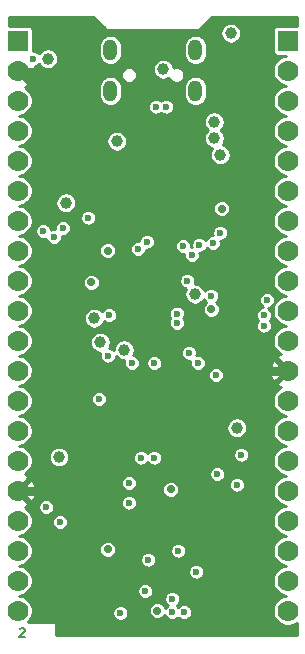
<source format=gbr>
G04 #@! TF.GenerationSoftware,KiCad,Pcbnew,5.1.0-rc2-unknown-036be7d~80~ubuntu16.04.1*
G04 #@! TF.CreationDate,2022-06-21T13:21:02+03:00*
G04 #@! TF.ProjectId,RT1010Py_Rev.C,52543130-3130-4507-995f-5265762e432e,C*
G04 #@! TF.SameCoordinates,Original*
G04 #@! TF.FileFunction,Copper,L2,Inr*
G04 #@! TF.FilePolarity,Positive*
%FSLAX46Y46*%
G04 Gerber Fmt 4.6, Leading zero omitted, Abs format (unit mm)*
G04 Created by KiCad (PCBNEW 5.1.0-rc2-unknown-036be7d~80~ubuntu16.04.1) date 2022-06-21 13:21:02*
%MOMM*%
%LPD*%
G04 APERTURE LIST*
%ADD10C,0.190500*%
%ADD11C,1.778000*%
%ADD12R,1.778000X1.778000*%
%ADD13O,1.200000X1.800000*%
%ADD14C,0.700000*%
%ADD15C,1.000000*%
%ADD16C,0.600000*%
%ADD17C,1.016000*%
%ADD18C,0.762000*%
%ADD19C,0.254000*%
G04 APERTURE END LIST*
D10*
X139863285Y-113320285D02*
X139899571Y-113284000D01*
X139972142Y-113247714D01*
X140153571Y-113247714D01*
X140226142Y-113284000D01*
X140262428Y-113320285D01*
X140298714Y-113392857D01*
X140298714Y-113465428D01*
X140262428Y-113574285D01*
X139827000Y-114009714D01*
X140298714Y-114009714D01*
D11*
X139700000Y-71120000D03*
X139700000Y-68580000D03*
X139700000Y-66040000D03*
D12*
X139700000Y-63500000D03*
D11*
X139700000Y-73660000D03*
X139700000Y-76200000D03*
X139700000Y-81280000D03*
X139700000Y-78740000D03*
X139700000Y-83820000D03*
X139700000Y-86360000D03*
X139700000Y-91440000D03*
X139700000Y-88900000D03*
X139700000Y-93980000D03*
X139700000Y-96520000D03*
X139700000Y-101600000D03*
X139700000Y-99060000D03*
X139700000Y-109220000D03*
X139700000Y-111760000D03*
X139700000Y-106680000D03*
X139700000Y-104140000D03*
X162560000Y-71120000D03*
X162560000Y-68580000D03*
X162560000Y-66040000D03*
D12*
X162560000Y-63500000D03*
D11*
X162560000Y-73660000D03*
X162560000Y-76200000D03*
X162560000Y-81280000D03*
X162560000Y-78740000D03*
X162560000Y-83820000D03*
X162560000Y-86360000D03*
X162560000Y-91440000D03*
X162560000Y-88900000D03*
X162560000Y-93980000D03*
X162560000Y-96520000D03*
X162560000Y-101600000D03*
X162560000Y-99060000D03*
X162560000Y-109220000D03*
X162560000Y-111760000D03*
X162560000Y-106680000D03*
X162560000Y-104140000D03*
D13*
X147530000Y-64266000D03*
X147530000Y-67736000D03*
X154730000Y-67736000D03*
X154730000Y-64266000D03*
D14*
X144018000Y-109728000D03*
D15*
X149479000Y-72136000D03*
D14*
X155067000Y-107442000D03*
D15*
X144272000Y-67310000D03*
X147828000Y-76454000D03*
D16*
X160782000Y-84455000D03*
D14*
X156083000Y-87503000D03*
D15*
X148971000Y-68326000D03*
X150241000Y-65913000D03*
X160020000Y-67564000D03*
X158877000Y-67564000D03*
D16*
X146431000Y-62865000D03*
X156210000Y-62103000D03*
D15*
X157353000Y-97409000D03*
X157734000Y-91694000D03*
D16*
X143002000Y-75184000D03*
X143103600Y-88138000D03*
X143103600Y-89027000D03*
D14*
X145542000Y-91313000D03*
X144526000Y-91313000D03*
X152654000Y-94107000D03*
X151511000Y-94107000D03*
D15*
X147193000Y-84074000D03*
D16*
X148463000Y-93980000D03*
X147574000Y-93980000D03*
X150749000Y-84328000D03*
X154305000Y-86995000D03*
D15*
X141732000Y-98933000D03*
D14*
X145669000Y-98552000D03*
D15*
X154940000Y-102235000D03*
D16*
X160782000Y-109601000D03*
X157099000Y-113411000D03*
D14*
X154051000Y-107442000D03*
X149733000Y-111760000D03*
X158623000Y-105156000D03*
D16*
X146050000Y-113284000D03*
D14*
X146939000Y-108585000D03*
D16*
X162560000Y-113411000D03*
D14*
X144018000Y-107315000D03*
D16*
X159258000Y-81153000D03*
X150749000Y-76454000D03*
D14*
X157988000Y-110490000D03*
X145161000Y-101981000D03*
X148717000Y-104140000D03*
X154559000Y-103886000D03*
D16*
X139192000Y-61722000D03*
D14*
X159105600Y-77698600D03*
D16*
X160782000Y-85471000D03*
X154051000Y-83820000D03*
D15*
X146177000Y-86995000D03*
D14*
X147320000Y-81280000D03*
D15*
X143192500Y-98742500D03*
X157734000Y-62865000D03*
X156845000Y-73152000D03*
X154686000Y-84963000D03*
D16*
X154178000Y-89916000D03*
X149352000Y-90805000D03*
X156464000Y-91821000D03*
X151257000Y-90805000D03*
D15*
X156337000Y-70358000D03*
X142240000Y-65024000D03*
X148082000Y-72009000D03*
X156337000Y-71755000D03*
X148717000Y-89662000D03*
D16*
X147447000Y-86741000D03*
X142113000Y-102997000D03*
X146558000Y-93853000D03*
X142748000Y-80137000D03*
X143510000Y-79375000D03*
X150622000Y-80518000D03*
X151257000Y-98806000D03*
X153670000Y-80899000D03*
X154432000Y-81661000D03*
X155067000Y-80772000D03*
X156210000Y-80645000D03*
X160528000Y-86741000D03*
X160528000Y-87630000D03*
X152781000Y-111887000D03*
X148386800Y-111963200D03*
X154813000Y-108458000D03*
X150749000Y-107442000D03*
X150495000Y-110109000D03*
X152781000Y-110744000D03*
D15*
X152019000Y-65913000D03*
D16*
X156083000Y-85090000D03*
X158242000Y-101092000D03*
X153797000Y-111887000D03*
X153289000Y-106680000D03*
X156845000Y-79756000D03*
X147320000Y-90170000D03*
X154940000Y-90805000D03*
X158623000Y-98552000D03*
X152273000Y-69088000D03*
X153162000Y-86606100D03*
X151384000Y-69088000D03*
X153162000Y-87383900D03*
X156591000Y-100203000D03*
X141859000Y-79629000D03*
X149860000Y-81153000D03*
X150114000Y-98806000D03*
X149098000Y-100965000D03*
X149098000Y-102616000D03*
X145669000Y-78486000D03*
X140970000Y-65024000D03*
D15*
X143764000Y-77216000D03*
D14*
X156972000Y-77724000D03*
X156083000Y-86233000D03*
D15*
X146685000Y-89027000D03*
D14*
X145923000Y-83947000D03*
D15*
X158242000Y-96266000D03*
D16*
X143256000Y-104267000D03*
D14*
X152654000Y-101473000D03*
X147320000Y-106553000D03*
X151511000Y-111760000D03*
D17*
X139954000Y-66294000D02*
X141605000Y-66294000D01*
X139700000Y-66040000D02*
X139954000Y-66294000D01*
D18*
X139700000Y-101600000D02*
X141986000Y-101600000D01*
X162560000Y-91440000D02*
X160655000Y-91440000D01*
D19*
G36*
X147070150Y-62444571D02*
G01*
X147086052Y-62463948D01*
X147105429Y-62479850D01*
X147163404Y-62527429D01*
X147210576Y-62552643D01*
X147251657Y-62574601D01*
X147347415Y-62603649D01*
X147422053Y-62611000D01*
X147422055Y-62611000D01*
X147446999Y-62613457D01*
X147471943Y-62611000D01*
X154788056Y-62611000D01*
X154813000Y-62613457D01*
X154837944Y-62611000D01*
X154837947Y-62611000D01*
X154912585Y-62603649D01*
X155008343Y-62574601D01*
X155096595Y-62527429D01*
X155173948Y-62463948D01*
X155189855Y-62444565D01*
X156166421Y-61468000D01*
X163322000Y-61468000D01*
X163322000Y-62228157D01*
X161671000Y-62228157D01*
X161596311Y-62235513D01*
X161524492Y-62257299D01*
X161458304Y-62292678D01*
X161400289Y-62340289D01*
X161352678Y-62398304D01*
X161317299Y-62464492D01*
X161295513Y-62536311D01*
X161288157Y-62611000D01*
X161288157Y-64389000D01*
X161295513Y-64463689D01*
X161317299Y-64535508D01*
X161352678Y-64601696D01*
X161400289Y-64659711D01*
X161458304Y-64707322D01*
X161524492Y-64742701D01*
X161596311Y-64764487D01*
X161671000Y-64771843D01*
X162425651Y-64771843D01*
X162189555Y-64818805D01*
X161958429Y-64914541D01*
X161750422Y-65053527D01*
X161573527Y-65230422D01*
X161434541Y-65438429D01*
X161338805Y-65669555D01*
X161290000Y-65914916D01*
X161290000Y-66165084D01*
X161338805Y-66410445D01*
X161434541Y-66641571D01*
X161573527Y-66849578D01*
X161750422Y-67026473D01*
X161958429Y-67165459D01*
X162189555Y-67261195D01*
X162434916Y-67310000D01*
X162189555Y-67358805D01*
X161958429Y-67454541D01*
X161750422Y-67593527D01*
X161573527Y-67770422D01*
X161434541Y-67978429D01*
X161338805Y-68209555D01*
X161290000Y-68454916D01*
X161290000Y-68705084D01*
X161338805Y-68950445D01*
X161434541Y-69181571D01*
X161573527Y-69389578D01*
X161750422Y-69566473D01*
X161958429Y-69705459D01*
X162189555Y-69801195D01*
X162434916Y-69850000D01*
X162189555Y-69898805D01*
X161958429Y-69994541D01*
X161750422Y-70133527D01*
X161573527Y-70310422D01*
X161434541Y-70518429D01*
X161338805Y-70749555D01*
X161290000Y-70994916D01*
X161290000Y-71245084D01*
X161338805Y-71490445D01*
X161434541Y-71721571D01*
X161573527Y-71929578D01*
X161750422Y-72106473D01*
X161958429Y-72245459D01*
X162189555Y-72341195D01*
X162434916Y-72390000D01*
X162189555Y-72438805D01*
X161958429Y-72534541D01*
X161750422Y-72673527D01*
X161573527Y-72850422D01*
X161434541Y-73058429D01*
X161338805Y-73289555D01*
X161290000Y-73534916D01*
X161290000Y-73785084D01*
X161338805Y-74030445D01*
X161434541Y-74261571D01*
X161573527Y-74469578D01*
X161750422Y-74646473D01*
X161958429Y-74785459D01*
X162189555Y-74881195D01*
X162434916Y-74930000D01*
X162189555Y-74978805D01*
X161958429Y-75074541D01*
X161750422Y-75213527D01*
X161573527Y-75390422D01*
X161434541Y-75598429D01*
X161338805Y-75829555D01*
X161290000Y-76074916D01*
X161290000Y-76325084D01*
X161338805Y-76570445D01*
X161434541Y-76801571D01*
X161573527Y-77009578D01*
X161750422Y-77186473D01*
X161958429Y-77325459D01*
X162189555Y-77421195D01*
X162434916Y-77470000D01*
X162189555Y-77518805D01*
X161958429Y-77614541D01*
X161750422Y-77753527D01*
X161573527Y-77930422D01*
X161434541Y-78138429D01*
X161338805Y-78369555D01*
X161290000Y-78614916D01*
X161290000Y-78865084D01*
X161338805Y-79110445D01*
X161434541Y-79341571D01*
X161573527Y-79549578D01*
X161750422Y-79726473D01*
X161958429Y-79865459D01*
X162189555Y-79961195D01*
X162434916Y-80010000D01*
X162189555Y-80058805D01*
X161958429Y-80154541D01*
X161750422Y-80293527D01*
X161573527Y-80470422D01*
X161434541Y-80678429D01*
X161338805Y-80909555D01*
X161290000Y-81154916D01*
X161290000Y-81405084D01*
X161338805Y-81650445D01*
X161434541Y-81881571D01*
X161573527Y-82089578D01*
X161750422Y-82266473D01*
X161958429Y-82405459D01*
X162189555Y-82501195D01*
X162434916Y-82550000D01*
X162189555Y-82598805D01*
X161958429Y-82694541D01*
X161750422Y-82833527D01*
X161573527Y-83010422D01*
X161434541Y-83218429D01*
X161338805Y-83449555D01*
X161290000Y-83694916D01*
X161290000Y-83945084D01*
X161338805Y-84190445D01*
X161434541Y-84421571D01*
X161573527Y-84629578D01*
X161750422Y-84806473D01*
X161958429Y-84945459D01*
X162189555Y-85041195D01*
X162434916Y-85090000D01*
X162189555Y-85138805D01*
X161958429Y-85234541D01*
X161750422Y-85373527D01*
X161573527Y-85550422D01*
X161434541Y-85758429D01*
X161338805Y-85989555D01*
X161290000Y-86234916D01*
X161290000Y-86485084D01*
X161338805Y-86730445D01*
X161434541Y-86961571D01*
X161573527Y-87169578D01*
X161750422Y-87346473D01*
X161958429Y-87485459D01*
X162189555Y-87581195D01*
X162434916Y-87630000D01*
X162189555Y-87678805D01*
X161958429Y-87774541D01*
X161750422Y-87913527D01*
X161573527Y-88090422D01*
X161434541Y-88298429D01*
X161338805Y-88529555D01*
X161290000Y-88774916D01*
X161290000Y-89025084D01*
X161338805Y-89270445D01*
X161434541Y-89501571D01*
X161573527Y-89709578D01*
X161750422Y-89886473D01*
X161958429Y-90025459D01*
X161972288Y-90031200D01*
X161912641Y-90052184D01*
X161765727Y-90130711D01*
X161683374Y-90383769D01*
X162560000Y-91260395D01*
X162574143Y-91246253D01*
X162753748Y-91425858D01*
X162739605Y-91440000D01*
X162753748Y-91454143D01*
X162574143Y-91633748D01*
X162560000Y-91619605D01*
X161683374Y-92496231D01*
X161765727Y-92749289D01*
X161972808Y-92848585D01*
X161958429Y-92854541D01*
X161750422Y-92993527D01*
X161573527Y-93170422D01*
X161434541Y-93378429D01*
X161338805Y-93609555D01*
X161290000Y-93854916D01*
X161290000Y-94105084D01*
X161338805Y-94350445D01*
X161434541Y-94581571D01*
X161573527Y-94789578D01*
X161750422Y-94966473D01*
X161958429Y-95105459D01*
X162189555Y-95201195D01*
X162434916Y-95250000D01*
X162189555Y-95298805D01*
X161958429Y-95394541D01*
X161750422Y-95533527D01*
X161573527Y-95710422D01*
X161434541Y-95918429D01*
X161338805Y-96149555D01*
X161290000Y-96394916D01*
X161290000Y-96645084D01*
X161338805Y-96890445D01*
X161434541Y-97121571D01*
X161573527Y-97329578D01*
X161750422Y-97506473D01*
X161958429Y-97645459D01*
X162189555Y-97741195D01*
X162434916Y-97790000D01*
X162189555Y-97838805D01*
X161958429Y-97934541D01*
X161750422Y-98073527D01*
X161573527Y-98250422D01*
X161434541Y-98458429D01*
X161338805Y-98689555D01*
X161290000Y-98934916D01*
X161290000Y-99185084D01*
X161338805Y-99430445D01*
X161434541Y-99661571D01*
X161573527Y-99869578D01*
X161750422Y-100046473D01*
X161958429Y-100185459D01*
X162189555Y-100281195D01*
X162434916Y-100330000D01*
X162189555Y-100378805D01*
X161958429Y-100474541D01*
X161750422Y-100613527D01*
X161573527Y-100790422D01*
X161434541Y-100998429D01*
X161338805Y-101229555D01*
X161290000Y-101474916D01*
X161290000Y-101725084D01*
X161338805Y-101970445D01*
X161434541Y-102201571D01*
X161573527Y-102409578D01*
X161750422Y-102586473D01*
X161958429Y-102725459D01*
X162189555Y-102821195D01*
X162434916Y-102870000D01*
X162189555Y-102918805D01*
X161958429Y-103014541D01*
X161750422Y-103153527D01*
X161573527Y-103330422D01*
X161434541Y-103538429D01*
X161338805Y-103769555D01*
X161290000Y-104014916D01*
X161290000Y-104265084D01*
X161338805Y-104510445D01*
X161434541Y-104741571D01*
X161573527Y-104949578D01*
X161750422Y-105126473D01*
X161958429Y-105265459D01*
X162189555Y-105361195D01*
X162434916Y-105410000D01*
X162189555Y-105458805D01*
X161958429Y-105554541D01*
X161750422Y-105693527D01*
X161573527Y-105870422D01*
X161434541Y-106078429D01*
X161338805Y-106309555D01*
X161290000Y-106554916D01*
X161290000Y-106805084D01*
X161338805Y-107050445D01*
X161434541Y-107281571D01*
X161573527Y-107489578D01*
X161750422Y-107666473D01*
X161958429Y-107805459D01*
X162189555Y-107901195D01*
X162434916Y-107950000D01*
X162189555Y-107998805D01*
X161958429Y-108094541D01*
X161750422Y-108233527D01*
X161573527Y-108410422D01*
X161434541Y-108618429D01*
X161338805Y-108849555D01*
X161290000Y-109094916D01*
X161290000Y-109345084D01*
X161338805Y-109590445D01*
X161434541Y-109821571D01*
X161573527Y-110029578D01*
X161750422Y-110206473D01*
X161958429Y-110345459D01*
X162189555Y-110441195D01*
X162434916Y-110490000D01*
X162189555Y-110538805D01*
X161958429Y-110634541D01*
X161750422Y-110773527D01*
X161573527Y-110950422D01*
X161434541Y-111158429D01*
X161338805Y-111389555D01*
X161290000Y-111634916D01*
X161290000Y-111885084D01*
X161338805Y-112130445D01*
X161434541Y-112361571D01*
X161573527Y-112569578D01*
X161750422Y-112746473D01*
X161958429Y-112885459D01*
X162189555Y-112981195D01*
X162434916Y-113030000D01*
X162685084Y-113030000D01*
X162930445Y-112981195D01*
X163161571Y-112885459D01*
X163322001Y-112778263D01*
X163322001Y-113792000D01*
X142925800Y-113792000D01*
X142925800Y-112852200D01*
X142923360Y-112827424D01*
X142916133Y-112803599D01*
X142904397Y-112781643D01*
X142888603Y-112762397D01*
X142869357Y-112746603D01*
X142847401Y-112734867D01*
X142823576Y-112727640D01*
X142798800Y-112725200D01*
X140920107Y-112725200D01*
X140920107Y-112687735D01*
X140568316Y-112687735D01*
X140686473Y-112569578D01*
X140825459Y-112361571D01*
X140921195Y-112130445D01*
X140967803Y-111896127D01*
X147705800Y-111896127D01*
X147705800Y-112030273D01*
X147731971Y-112161840D01*
X147783306Y-112285774D01*
X147857833Y-112397312D01*
X147952688Y-112492167D01*
X148064226Y-112566694D01*
X148188160Y-112618029D01*
X148319727Y-112644200D01*
X148453873Y-112644200D01*
X148585440Y-112618029D01*
X148709374Y-112566694D01*
X148820912Y-112492167D01*
X148915767Y-112397312D01*
X148990294Y-112285774D01*
X149041629Y-112161840D01*
X149067800Y-112030273D01*
X149067800Y-111896127D01*
X149041629Y-111764560D01*
X149009919Y-111688003D01*
X150780000Y-111688003D01*
X150780000Y-111831997D01*
X150808092Y-111973225D01*
X150863196Y-112106258D01*
X150943195Y-112225985D01*
X151045015Y-112327805D01*
X151164742Y-112407804D01*
X151297775Y-112462908D01*
X151439003Y-112491000D01*
X151582997Y-112491000D01*
X151724225Y-112462908D01*
X151857258Y-112407804D01*
X151976985Y-112327805D01*
X152078805Y-112225985D01*
X152143931Y-112128517D01*
X152177506Y-112209574D01*
X152252033Y-112321112D01*
X152346888Y-112415967D01*
X152458426Y-112490494D01*
X152582360Y-112541829D01*
X152713927Y-112568000D01*
X152848073Y-112568000D01*
X152979640Y-112541829D01*
X153103574Y-112490494D01*
X153215112Y-112415967D01*
X153289000Y-112342079D01*
X153362888Y-112415967D01*
X153474426Y-112490494D01*
X153598360Y-112541829D01*
X153729927Y-112568000D01*
X153864073Y-112568000D01*
X153995640Y-112541829D01*
X154119574Y-112490494D01*
X154231112Y-112415967D01*
X154325967Y-112321112D01*
X154400494Y-112209574D01*
X154451829Y-112085640D01*
X154478000Y-111954073D01*
X154478000Y-111819927D01*
X154451829Y-111688360D01*
X154400494Y-111564426D01*
X154325967Y-111452888D01*
X154231112Y-111358033D01*
X154119574Y-111283506D01*
X153995640Y-111232171D01*
X153864073Y-111206000D01*
X153729927Y-111206000D01*
X153598360Y-111232171D01*
X153474426Y-111283506D01*
X153362888Y-111358033D01*
X153289000Y-111431921D01*
X153215112Y-111358033D01*
X153151457Y-111315500D01*
X153215112Y-111272967D01*
X153309967Y-111178112D01*
X153384494Y-111066574D01*
X153435829Y-110942640D01*
X153462000Y-110811073D01*
X153462000Y-110676927D01*
X153435829Y-110545360D01*
X153384494Y-110421426D01*
X153309967Y-110309888D01*
X153215112Y-110215033D01*
X153103574Y-110140506D01*
X152979640Y-110089171D01*
X152848073Y-110063000D01*
X152713927Y-110063000D01*
X152582360Y-110089171D01*
X152458426Y-110140506D01*
X152346888Y-110215033D01*
X152252033Y-110309888D01*
X152177506Y-110421426D01*
X152126171Y-110545360D01*
X152100000Y-110676927D01*
X152100000Y-110811073D01*
X152126171Y-110942640D01*
X152177506Y-111066574D01*
X152252033Y-111178112D01*
X152346888Y-111272967D01*
X152410543Y-111315500D01*
X152346888Y-111358033D01*
X152252033Y-111452888D01*
X152204491Y-111524040D01*
X152158804Y-111413742D01*
X152078805Y-111294015D01*
X151976985Y-111192195D01*
X151857258Y-111112196D01*
X151724225Y-111057092D01*
X151582997Y-111029000D01*
X151439003Y-111029000D01*
X151297775Y-111057092D01*
X151164742Y-111112196D01*
X151045015Y-111192195D01*
X150943195Y-111294015D01*
X150863196Y-111413742D01*
X150808092Y-111546775D01*
X150780000Y-111688003D01*
X149009919Y-111688003D01*
X148990294Y-111640626D01*
X148915767Y-111529088D01*
X148820912Y-111434233D01*
X148709374Y-111359706D01*
X148585440Y-111308371D01*
X148453873Y-111282200D01*
X148319727Y-111282200D01*
X148188160Y-111308371D01*
X148064226Y-111359706D01*
X147952688Y-111434233D01*
X147857833Y-111529088D01*
X147783306Y-111640626D01*
X147731971Y-111764560D01*
X147705800Y-111896127D01*
X140967803Y-111896127D01*
X140970000Y-111885084D01*
X140970000Y-111634916D01*
X140921195Y-111389555D01*
X140825459Y-111158429D01*
X140686473Y-110950422D01*
X140509578Y-110773527D01*
X140301571Y-110634541D01*
X140070445Y-110538805D01*
X139825084Y-110490000D01*
X140070445Y-110441195D01*
X140301571Y-110345459D01*
X140509578Y-110206473D01*
X140674124Y-110041927D01*
X149814000Y-110041927D01*
X149814000Y-110176073D01*
X149840171Y-110307640D01*
X149891506Y-110431574D01*
X149966033Y-110543112D01*
X150060888Y-110637967D01*
X150172426Y-110712494D01*
X150296360Y-110763829D01*
X150427927Y-110790000D01*
X150562073Y-110790000D01*
X150693640Y-110763829D01*
X150817574Y-110712494D01*
X150929112Y-110637967D01*
X151023967Y-110543112D01*
X151098494Y-110431574D01*
X151149829Y-110307640D01*
X151176000Y-110176073D01*
X151176000Y-110041927D01*
X151149829Y-109910360D01*
X151098494Y-109786426D01*
X151023967Y-109674888D01*
X150929112Y-109580033D01*
X150817574Y-109505506D01*
X150693640Y-109454171D01*
X150562073Y-109428000D01*
X150427927Y-109428000D01*
X150296360Y-109454171D01*
X150172426Y-109505506D01*
X150060888Y-109580033D01*
X149966033Y-109674888D01*
X149891506Y-109786426D01*
X149840171Y-109910360D01*
X149814000Y-110041927D01*
X140674124Y-110041927D01*
X140686473Y-110029578D01*
X140825459Y-109821571D01*
X140921195Y-109590445D01*
X140970000Y-109345084D01*
X140970000Y-109094916D01*
X140921195Y-108849555D01*
X140825459Y-108618429D01*
X140686473Y-108410422D01*
X140666978Y-108390927D01*
X154132000Y-108390927D01*
X154132000Y-108525073D01*
X154158171Y-108656640D01*
X154209506Y-108780574D01*
X154284033Y-108892112D01*
X154378888Y-108986967D01*
X154490426Y-109061494D01*
X154614360Y-109112829D01*
X154745927Y-109139000D01*
X154880073Y-109139000D01*
X155011640Y-109112829D01*
X155135574Y-109061494D01*
X155247112Y-108986967D01*
X155341967Y-108892112D01*
X155416494Y-108780574D01*
X155467829Y-108656640D01*
X155494000Y-108525073D01*
X155494000Y-108390927D01*
X155467829Y-108259360D01*
X155416494Y-108135426D01*
X155341967Y-108023888D01*
X155247112Y-107929033D01*
X155135574Y-107854506D01*
X155011640Y-107803171D01*
X154880073Y-107777000D01*
X154745927Y-107777000D01*
X154614360Y-107803171D01*
X154490426Y-107854506D01*
X154378888Y-107929033D01*
X154284033Y-108023888D01*
X154209506Y-108135426D01*
X154158171Y-108259360D01*
X154132000Y-108390927D01*
X140666978Y-108390927D01*
X140509578Y-108233527D01*
X140301571Y-108094541D01*
X140070445Y-107998805D01*
X139825084Y-107950000D01*
X140070445Y-107901195D01*
X140301571Y-107805459D01*
X140509578Y-107666473D01*
X140686473Y-107489578D01*
X140763080Y-107374927D01*
X150068000Y-107374927D01*
X150068000Y-107509073D01*
X150094171Y-107640640D01*
X150145506Y-107764574D01*
X150220033Y-107876112D01*
X150314888Y-107970967D01*
X150426426Y-108045494D01*
X150550360Y-108096829D01*
X150681927Y-108123000D01*
X150816073Y-108123000D01*
X150947640Y-108096829D01*
X151071574Y-108045494D01*
X151183112Y-107970967D01*
X151277967Y-107876112D01*
X151352494Y-107764574D01*
X151403829Y-107640640D01*
X151430000Y-107509073D01*
X151430000Y-107374927D01*
X151403829Y-107243360D01*
X151352494Y-107119426D01*
X151277967Y-107007888D01*
X151183112Y-106913033D01*
X151071574Y-106838506D01*
X150947640Y-106787171D01*
X150816073Y-106761000D01*
X150681927Y-106761000D01*
X150550360Y-106787171D01*
X150426426Y-106838506D01*
X150314888Y-106913033D01*
X150220033Y-107007888D01*
X150145506Y-107119426D01*
X150094171Y-107243360D01*
X150068000Y-107374927D01*
X140763080Y-107374927D01*
X140825459Y-107281571D01*
X140921195Y-107050445D01*
X140970000Y-106805084D01*
X140970000Y-106554916D01*
X140955298Y-106481003D01*
X146589000Y-106481003D01*
X146589000Y-106624997D01*
X146617092Y-106766225D01*
X146672196Y-106899258D01*
X146752195Y-107018985D01*
X146854015Y-107120805D01*
X146973742Y-107200804D01*
X147106775Y-107255908D01*
X147248003Y-107284000D01*
X147391997Y-107284000D01*
X147533225Y-107255908D01*
X147666258Y-107200804D01*
X147785985Y-107120805D01*
X147887805Y-107018985D01*
X147967804Y-106899258D01*
X148022908Y-106766225D01*
X148051000Y-106624997D01*
X148051000Y-106612927D01*
X152608000Y-106612927D01*
X152608000Y-106747073D01*
X152634171Y-106878640D01*
X152685506Y-107002574D01*
X152760033Y-107114112D01*
X152854888Y-107208967D01*
X152966426Y-107283494D01*
X153090360Y-107334829D01*
X153221927Y-107361000D01*
X153356073Y-107361000D01*
X153487640Y-107334829D01*
X153611574Y-107283494D01*
X153723112Y-107208967D01*
X153817967Y-107114112D01*
X153892494Y-107002574D01*
X153943829Y-106878640D01*
X153970000Y-106747073D01*
X153970000Y-106612927D01*
X153943829Y-106481360D01*
X153892494Y-106357426D01*
X153817967Y-106245888D01*
X153723112Y-106151033D01*
X153611574Y-106076506D01*
X153487640Y-106025171D01*
X153356073Y-105999000D01*
X153221927Y-105999000D01*
X153090360Y-106025171D01*
X152966426Y-106076506D01*
X152854888Y-106151033D01*
X152760033Y-106245888D01*
X152685506Y-106357426D01*
X152634171Y-106481360D01*
X152608000Y-106612927D01*
X148051000Y-106612927D01*
X148051000Y-106481003D01*
X148022908Y-106339775D01*
X147967804Y-106206742D01*
X147887805Y-106087015D01*
X147785985Y-105985195D01*
X147666258Y-105905196D01*
X147533225Y-105850092D01*
X147391997Y-105822000D01*
X147248003Y-105822000D01*
X147106775Y-105850092D01*
X146973742Y-105905196D01*
X146854015Y-105985195D01*
X146752195Y-106087015D01*
X146672196Y-106206742D01*
X146617092Y-106339775D01*
X146589000Y-106481003D01*
X140955298Y-106481003D01*
X140921195Y-106309555D01*
X140825459Y-106078429D01*
X140686473Y-105870422D01*
X140509578Y-105693527D01*
X140301571Y-105554541D01*
X140070445Y-105458805D01*
X139825084Y-105410000D01*
X140070445Y-105361195D01*
X140301571Y-105265459D01*
X140509578Y-105126473D01*
X140686473Y-104949578D01*
X140825459Y-104741571D01*
X140921195Y-104510445D01*
X140970000Y-104265084D01*
X140970000Y-104199927D01*
X142575000Y-104199927D01*
X142575000Y-104334073D01*
X142601171Y-104465640D01*
X142652506Y-104589574D01*
X142727033Y-104701112D01*
X142821888Y-104795967D01*
X142933426Y-104870494D01*
X143057360Y-104921829D01*
X143188927Y-104948000D01*
X143323073Y-104948000D01*
X143454640Y-104921829D01*
X143578574Y-104870494D01*
X143690112Y-104795967D01*
X143784967Y-104701112D01*
X143859494Y-104589574D01*
X143910829Y-104465640D01*
X143937000Y-104334073D01*
X143937000Y-104199927D01*
X143910829Y-104068360D01*
X143859494Y-103944426D01*
X143784967Y-103832888D01*
X143690112Y-103738033D01*
X143578574Y-103663506D01*
X143454640Y-103612171D01*
X143323073Y-103586000D01*
X143188927Y-103586000D01*
X143057360Y-103612171D01*
X142933426Y-103663506D01*
X142821888Y-103738033D01*
X142727033Y-103832888D01*
X142652506Y-103944426D01*
X142601171Y-104068360D01*
X142575000Y-104199927D01*
X140970000Y-104199927D01*
X140970000Y-104014916D01*
X140921195Y-103769555D01*
X140825459Y-103538429D01*
X140686473Y-103330422D01*
X140509578Y-103153527D01*
X140301571Y-103014541D01*
X140287712Y-103008800D01*
X140347359Y-102987816D01*
X140455661Y-102929927D01*
X141432000Y-102929927D01*
X141432000Y-103064073D01*
X141458171Y-103195640D01*
X141509506Y-103319574D01*
X141584033Y-103431112D01*
X141678888Y-103525967D01*
X141790426Y-103600494D01*
X141914360Y-103651829D01*
X142045927Y-103678000D01*
X142180073Y-103678000D01*
X142311640Y-103651829D01*
X142435574Y-103600494D01*
X142547112Y-103525967D01*
X142641967Y-103431112D01*
X142716494Y-103319574D01*
X142767829Y-103195640D01*
X142794000Y-103064073D01*
X142794000Y-102929927D01*
X142767829Y-102798360D01*
X142716494Y-102674426D01*
X142641967Y-102562888D01*
X142628006Y-102548927D01*
X148417000Y-102548927D01*
X148417000Y-102683073D01*
X148443171Y-102814640D01*
X148494506Y-102938574D01*
X148569033Y-103050112D01*
X148663888Y-103144967D01*
X148775426Y-103219494D01*
X148899360Y-103270829D01*
X149030927Y-103297000D01*
X149165073Y-103297000D01*
X149296640Y-103270829D01*
X149420574Y-103219494D01*
X149532112Y-103144967D01*
X149626967Y-103050112D01*
X149701494Y-102938574D01*
X149752829Y-102814640D01*
X149779000Y-102683073D01*
X149779000Y-102548927D01*
X149752829Y-102417360D01*
X149701494Y-102293426D01*
X149626967Y-102181888D01*
X149532112Y-102087033D01*
X149420574Y-102012506D01*
X149296640Y-101961171D01*
X149165073Y-101935000D01*
X149030927Y-101935000D01*
X148899360Y-101961171D01*
X148775426Y-102012506D01*
X148663888Y-102087033D01*
X148569033Y-102181888D01*
X148494506Y-102293426D01*
X148443171Y-102417360D01*
X148417000Y-102548927D01*
X142628006Y-102548927D01*
X142547112Y-102468033D01*
X142435574Y-102393506D01*
X142311640Y-102342171D01*
X142180073Y-102316000D01*
X142045927Y-102316000D01*
X141914360Y-102342171D01*
X141790426Y-102393506D01*
X141678888Y-102468033D01*
X141584033Y-102562888D01*
X141509506Y-102674426D01*
X141458171Y-102798360D01*
X141432000Y-102929927D01*
X140455661Y-102929927D01*
X140494273Y-102909289D01*
X140576626Y-102656231D01*
X139700000Y-101779605D01*
X139685858Y-101793748D01*
X139506253Y-101614143D01*
X139520395Y-101600000D01*
X139879605Y-101600000D01*
X140756231Y-102476626D01*
X141009289Y-102394273D01*
X141139086Y-102123582D01*
X141213580Y-101832770D01*
X141229908Y-101533012D01*
X141187443Y-101235829D01*
X141087816Y-100952641D01*
X141058571Y-100897927D01*
X148417000Y-100897927D01*
X148417000Y-101032073D01*
X148443171Y-101163640D01*
X148494506Y-101287574D01*
X148569033Y-101399112D01*
X148663888Y-101493967D01*
X148775426Y-101568494D01*
X148899360Y-101619829D01*
X149030927Y-101646000D01*
X149165073Y-101646000D01*
X149296640Y-101619829D01*
X149420574Y-101568494D01*
X149532112Y-101493967D01*
X149625076Y-101401003D01*
X151923000Y-101401003D01*
X151923000Y-101544997D01*
X151951092Y-101686225D01*
X152006196Y-101819258D01*
X152086195Y-101938985D01*
X152188015Y-102040805D01*
X152307742Y-102120804D01*
X152440775Y-102175908D01*
X152582003Y-102204000D01*
X152725997Y-102204000D01*
X152867225Y-102175908D01*
X153000258Y-102120804D01*
X153119985Y-102040805D01*
X153221805Y-101938985D01*
X153301804Y-101819258D01*
X153356908Y-101686225D01*
X153385000Y-101544997D01*
X153385000Y-101401003D01*
X153356908Y-101259775D01*
X153301804Y-101126742D01*
X153233774Y-101024927D01*
X157561000Y-101024927D01*
X157561000Y-101159073D01*
X157587171Y-101290640D01*
X157638506Y-101414574D01*
X157713033Y-101526112D01*
X157807888Y-101620967D01*
X157919426Y-101695494D01*
X158043360Y-101746829D01*
X158174927Y-101773000D01*
X158309073Y-101773000D01*
X158440640Y-101746829D01*
X158564574Y-101695494D01*
X158676112Y-101620967D01*
X158770967Y-101526112D01*
X158845494Y-101414574D01*
X158896829Y-101290640D01*
X158923000Y-101159073D01*
X158923000Y-101024927D01*
X158896829Y-100893360D01*
X158845494Y-100769426D01*
X158770967Y-100657888D01*
X158676112Y-100563033D01*
X158564574Y-100488506D01*
X158440640Y-100437171D01*
X158309073Y-100411000D01*
X158174927Y-100411000D01*
X158043360Y-100437171D01*
X157919426Y-100488506D01*
X157807888Y-100563033D01*
X157713033Y-100657888D01*
X157638506Y-100769426D01*
X157587171Y-100893360D01*
X157561000Y-101024927D01*
X153233774Y-101024927D01*
X153221805Y-101007015D01*
X153119985Y-100905195D01*
X153000258Y-100825196D01*
X152867225Y-100770092D01*
X152725997Y-100742000D01*
X152582003Y-100742000D01*
X152440775Y-100770092D01*
X152307742Y-100825196D01*
X152188015Y-100905195D01*
X152086195Y-101007015D01*
X152006196Y-101126742D01*
X151951092Y-101259775D01*
X151923000Y-101401003D01*
X149625076Y-101401003D01*
X149626967Y-101399112D01*
X149701494Y-101287574D01*
X149752829Y-101163640D01*
X149779000Y-101032073D01*
X149779000Y-100897927D01*
X149752829Y-100766360D01*
X149701494Y-100642426D01*
X149626967Y-100530888D01*
X149532112Y-100436033D01*
X149420574Y-100361506D01*
X149296640Y-100310171D01*
X149165073Y-100284000D01*
X149030927Y-100284000D01*
X148899360Y-100310171D01*
X148775426Y-100361506D01*
X148663888Y-100436033D01*
X148569033Y-100530888D01*
X148494506Y-100642426D01*
X148443171Y-100766360D01*
X148417000Y-100897927D01*
X141058571Y-100897927D01*
X141009289Y-100805727D01*
X140756231Y-100723374D01*
X139879605Y-101600000D01*
X139520395Y-101600000D01*
X139506253Y-101585858D01*
X139685858Y-101406253D01*
X139700000Y-101420395D01*
X140576626Y-100543769D01*
X140494273Y-100290711D01*
X140287192Y-100191415D01*
X140301571Y-100185459D01*
X140375700Y-100135927D01*
X155910000Y-100135927D01*
X155910000Y-100270073D01*
X155936171Y-100401640D01*
X155987506Y-100525574D01*
X156062033Y-100637112D01*
X156156888Y-100731967D01*
X156268426Y-100806494D01*
X156392360Y-100857829D01*
X156523927Y-100884000D01*
X156658073Y-100884000D01*
X156789640Y-100857829D01*
X156913574Y-100806494D01*
X157025112Y-100731967D01*
X157119967Y-100637112D01*
X157194494Y-100525574D01*
X157245829Y-100401640D01*
X157272000Y-100270073D01*
X157272000Y-100135927D01*
X157245829Y-100004360D01*
X157194494Y-99880426D01*
X157119967Y-99768888D01*
X157025112Y-99674033D01*
X156913574Y-99599506D01*
X156789640Y-99548171D01*
X156658073Y-99522000D01*
X156523927Y-99522000D01*
X156392360Y-99548171D01*
X156268426Y-99599506D01*
X156156888Y-99674033D01*
X156062033Y-99768888D01*
X155987506Y-99880426D01*
X155936171Y-100004360D01*
X155910000Y-100135927D01*
X140375700Y-100135927D01*
X140509578Y-100046473D01*
X140686473Y-99869578D01*
X140825459Y-99661571D01*
X140921195Y-99430445D01*
X140970000Y-99185084D01*
X140970000Y-98934916D01*
X140921195Y-98689555D01*
X140907184Y-98655729D01*
X142311500Y-98655729D01*
X142311500Y-98829271D01*
X142345356Y-98999478D01*
X142411768Y-99159810D01*
X142508182Y-99304105D01*
X142630895Y-99426818D01*
X142775190Y-99523232D01*
X142935522Y-99589644D01*
X143105729Y-99623500D01*
X143279271Y-99623500D01*
X143449478Y-99589644D01*
X143609810Y-99523232D01*
X143754105Y-99426818D01*
X143876818Y-99304105D01*
X143973232Y-99159810D01*
X144039644Y-98999478D01*
X144073500Y-98829271D01*
X144073500Y-98738927D01*
X149433000Y-98738927D01*
X149433000Y-98873073D01*
X149459171Y-99004640D01*
X149510506Y-99128574D01*
X149585033Y-99240112D01*
X149679888Y-99334967D01*
X149791426Y-99409494D01*
X149915360Y-99460829D01*
X150046927Y-99487000D01*
X150181073Y-99487000D01*
X150312640Y-99460829D01*
X150436574Y-99409494D01*
X150548112Y-99334967D01*
X150642967Y-99240112D01*
X150685500Y-99176457D01*
X150728033Y-99240112D01*
X150822888Y-99334967D01*
X150934426Y-99409494D01*
X151058360Y-99460829D01*
X151189927Y-99487000D01*
X151324073Y-99487000D01*
X151455640Y-99460829D01*
X151579574Y-99409494D01*
X151691112Y-99334967D01*
X151785967Y-99240112D01*
X151860494Y-99128574D01*
X151911829Y-99004640D01*
X151938000Y-98873073D01*
X151938000Y-98738927D01*
X151911829Y-98607360D01*
X151861116Y-98484927D01*
X157942000Y-98484927D01*
X157942000Y-98619073D01*
X157968171Y-98750640D01*
X158019506Y-98874574D01*
X158094033Y-98986112D01*
X158188888Y-99080967D01*
X158300426Y-99155494D01*
X158424360Y-99206829D01*
X158555927Y-99233000D01*
X158690073Y-99233000D01*
X158821640Y-99206829D01*
X158945574Y-99155494D01*
X159057112Y-99080967D01*
X159151967Y-98986112D01*
X159226494Y-98874574D01*
X159277829Y-98750640D01*
X159304000Y-98619073D01*
X159304000Y-98484927D01*
X159277829Y-98353360D01*
X159226494Y-98229426D01*
X159151967Y-98117888D01*
X159057112Y-98023033D01*
X158945574Y-97948506D01*
X158821640Y-97897171D01*
X158690073Y-97871000D01*
X158555927Y-97871000D01*
X158424360Y-97897171D01*
X158300426Y-97948506D01*
X158188888Y-98023033D01*
X158094033Y-98117888D01*
X158019506Y-98229426D01*
X157968171Y-98353360D01*
X157942000Y-98484927D01*
X151861116Y-98484927D01*
X151860494Y-98483426D01*
X151785967Y-98371888D01*
X151691112Y-98277033D01*
X151579574Y-98202506D01*
X151455640Y-98151171D01*
X151324073Y-98125000D01*
X151189927Y-98125000D01*
X151058360Y-98151171D01*
X150934426Y-98202506D01*
X150822888Y-98277033D01*
X150728033Y-98371888D01*
X150685500Y-98435543D01*
X150642967Y-98371888D01*
X150548112Y-98277033D01*
X150436574Y-98202506D01*
X150312640Y-98151171D01*
X150181073Y-98125000D01*
X150046927Y-98125000D01*
X149915360Y-98151171D01*
X149791426Y-98202506D01*
X149679888Y-98277033D01*
X149585033Y-98371888D01*
X149510506Y-98483426D01*
X149459171Y-98607360D01*
X149433000Y-98738927D01*
X144073500Y-98738927D01*
X144073500Y-98655729D01*
X144039644Y-98485522D01*
X143973232Y-98325190D01*
X143876818Y-98180895D01*
X143754105Y-98058182D01*
X143609810Y-97961768D01*
X143449478Y-97895356D01*
X143279271Y-97861500D01*
X143105729Y-97861500D01*
X142935522Y-97895356D01*
X142775190Y-97961768D01*
X142630895Y-98058182D01*
X142508182Y-98180895D01*
X142411768Y-98325190D01*
X142345356Y-98485522D01*
X142311500Y-98655729D01*
X140907184Y-98655729D01*
X140825459Y-98458429D01*
X140686473Y-98250422D01*
X140509578Y-98073527D01*
X140301571Y-97934541D01*
X140070445Y-97838805D01*
X139825084Y-97790000D01*
X140070445Y-97741195D01*
X140301571Y-97645459D01*
X140509578Y-97506473D01*
X140686473Y-97329578D01*
X140825459Y-97121571D01*
X140921195Y-96890445D01*
X140970000Y-96645084D01*
X140970000Y-96394916D01*
X140927098Y-96179229D01*
X157361000Y-96179229D01*
X157361000Y-96352771D01*
X157394856Y-96522978D01*
X157461268Y-96683310D01*
X157557682Y-96827605D01*
X157680395Y-96950318D01*
X157824690Y-97046732D01*
X157985022Y-97113144D01*
X158155229Y-97147000D01*
X158328771Y-97147000D01*
X158498978Y-97113144D01*
X158659310Y-97046732D01*
X158803605Y-96950318D01*
X158926318Y-96827605D01*
X159022732Y-96683310D01*
X159089144Y-96522978D01*
X159123000Y-96352771D01*
X159123000Y-96179229D01*
X159089144Y-96009022D01*
X159022732Y-95848690D01*
X158926318Y-95704395D01*
X158803605Y-95581682D01*
X158659310Y-95485268D01*
X158498978Y-95418856D01*
X158328771Y-95385000D01*
X158155229Y-95385000D01*
X157985022Y-95418856D01*
X157824690Y-95485268D01*
X157680395Y-95581682D01*
X157557682Y-95704395D01*
X157461268Y-95848690D01*
X157394856Y-96009022D01*
X157361000Y-96179229D01*
X140927098Y-96179229D01*
X140921195Y-96149555D01*
X140825459Y-95918429D01*
X140686473Y-95710422D01*
X140509578Y-95533527D01*
X140301571Y-95394541D01*
X140070445Y-95298805D01*
X139825084Y-95250000D01*
X140070445Y-95201195D01*
X140301571Y-95105459D01*
X140509578Y-94966473D01*
X140686473Y-94789578D01*
X140825459Y-94581571D01*
X140921195Y-94350445D01*
X140970000Y-94105084D01*
X140970000Y-93854916D01*
X140956278Y-93785927D01*
X145877000Y-93785927D01*
X145877000Y-93920073D01*
X145903171Y-94051640D01*
X145954506Y-94175574D01*
X146029033Y-94287112D01*
X146123888Y-94381967D01*
X146235426Y-94456494D01*
X146359360Y-94507829D01*
X146490927Y-94534000D01*
X146625073Y-94534000D01*
X146756640Y-94507829D01*
X146880574Y-94456494D01*
X146992112Y-94381967D01*
X147086967Y-94287112D01*
X147161494Y-94175574D01*
X147212829Y-94051640D01*
X147239000Y-93920073D01*
X147239000Y-93785927D01*
X147212829Y-93654360D01*
X147161494Y-93530426D01*
X147086967Y-93418888D01*
X146992112Y-93324033D01*
X146880574Y-93249506D01*
X146756640Y-93198171D01*
X146625073Y-93172000D01*
X146490927Y-93172000D01*
X146359360Y-93198171D01*
X146235426Y-93249506D01*
X146123888Y-93324033D01*
X146029033Y-93418888D01*
X145954506Y-93530426D01*
X145903171Y-93654360D01*
X145877000Y-93785927D01*
X140956278Y-93785927D01*
X140921195Y-93609555D01*
X140825459Y-93378429D01*
X140686473Y-93170422D01*
X140509578Y-92993527D01*
X140301571Y-92854541D01*
X140070445Y-92758805D01*
X139825084Y-92710000D01*
X140070445Y-92661195D01*
X140301571Y-92565459D01*
X140509578Y-92426473D01*
X140686473Y-92249578D01*
X140825459Y-92041571D01*
X140921195Y-91810445D01*
X140932437Y-91753927D01*
X155783000Y-91753927D01*
X155783000Y-91888073D01*
X155809171Y-92019640D01*
X155860506Y-92143574D01*
X155935033Y-92255112D01*
X156029888Y-92349967D01*
X156141426Y-92424494D01*
X156265360Y-92475829D01*
X156396927Y-92502000D01*
X156531073Y-92502000D01*
X156662640Y-92475829D01*
X156786574Y-92424494D01*
X156898112Y-92349967D01*
X156992967Y-92255112D01*
X157067494Y-92143574D01*
X157118829Y-92019640D01*
X157145000Y-91888073D01*
X157145000Y-91753927D01*
X157118829Y-91622360D01*
X157071041Y-91506988D01*
X161030092Y-91506988D01*
X161072557Y-91804171D01*
X161172184Y-92087359D01*
X161250711Y-92234273D01*
X161503769Y-92316626D01*
X162380395Y-91440000D01*
X161503769Y-90563374D01*
X161250711Y-90645727D01*
X161120914Y-90916418D01*
X161046420Y-91207230D01*
X161030092Y-91506988D01*
X157071041Y-91506988D01*
X157067494Y-91498426D01*
X156992967Y-91386888D01*
X156898112Y-91292033D01*
X156786574Y-91217506D01*
X156662640Y-91166171D01*
X156531073Y-91140000D01*
X156396927Y-91140000D01*
X156265360Y-91166171D01*
X156141426Y-91217506D01*
X156029888Y-91292033D01*
X155935033Y-91386888D01*
X155860506Y-91498426D01*
X155809171Y-91622360D01*
X155783000Y-91753927D01*
X140932437Y-91753927D01*
X140970000Y-91565084D01*
X140970000Y-91314916D01*
X140921195Y-91069555D01*
X140825459Y-90838429D01*
X140686473Y-90630422D01*
X140509578Y-90453527D01*
X140301571Y-90314541D01*
X140070445Y-90218805D01*
X139825084Y-90170000D01*
X140070445Y-90121195D01*
X140301571Y-90025459D01*
X140509578Y-89886473D01*
X140686473Y-89709578D01*
X140825459Y-89501571D01*
X140921195Y-89270445D01*
X140970000Y-89025084D01*
X140970000Y-88940229D01*
X145804000Y-88940229D01*
X145804000Y-89113771D01*
X145837856Y-89283978D01*
X145904268Y-89444310D01*
X146000682Y-89588605D01*
X146123395Y-89711318D01*
X146267690Y-89807732D01*
X146428022Y-89874144D01*
X146598229Y-89908000D01*
X146691415Y-89908000D01*
X146665171Y-89971360D01*
X146639000Y-90102927D01*
X146639000Y-90237073D01*
X146665171Y-90368640D01*
X146716506Y-90492574D01*
X146791033Y-90604112D01*
X146885888Y-90698967D01*
X146997426Y-90773494D01*
X147121360Y-90824829D01*
X147252927Y-90851000D01*
X147387073Y-90851000D01*
X147518640Y-90824829D01*
X147642574Y-90773494D01*
X147754112Y-90698967D01*
X147848967Y-90604112D01*
X147923494Y-90492574D01*
X147974829Y-90368640D01*
X148001000Y-90237073D01*
X148001000Y-90176189D01*
X148032682Y-90223605D01*
X148155395Y-90346318D01*
X148299690Y-90442732D01*
X148460022Y-90509144D01*
X148630229Y-90543000D01*
X148723415Y-90543000D01*
X148697171Y-90606360D01*
X148671000Y-90737927D01*
X148671000Y-90872073D01*
X148697171Y-91003640D01*
X148748506Y-91127574D01*
X148823033Y-91239112D01*
X148917888Y-91333967D01*
X149029426Y-91408494D01*
X149153360Y-91459829D01*
X149284927Y-91486000D01*
X149419073Y-91486000D01*
X149550640Y-91459829D01*
X149674574Y-91408494D01*
X149786112Y-91333967D01*
X149880967Y-91239112D01*
X149955494Y-91127574D01*
X150006829Y-91003640D01*
X150033000Y-90872073D01*
X150033000Y-90737927D01*
X150576000Y-90737927D01*
X150576000Y-90872073D01*
X150602171Y-91003640D01*
X150653506Y-91127574D01*
X150728033Y-91239112D01*
X150822888Y-91333967D01*
X150934426Y-91408494D01*
X151058360Y-91459829D01*
X151189927Y-91486000D01*
X151324073Y-91486000D01*
X151455640Y-91459829D01*
X151579574Y-91408494D01*
X151691112Y-91333967D01*
X151785967Y-91239112D01*
X151860494Y-91127574D01*
X151911829Y-91003640D01*
X151938000Y-90872073D01*
X151938000Y-90737927D01*
X151911829Y-90606360D01*
X151860494Y-90482426D01*
X151785967Y-90370888D01*
X151691112Y-90276033D01*
X151579574Y-90201506D01*
X151455640Y-90150171D01*
X151324073Y-90124000D01*
X151189927Y-90124000D01*
X151058360Y-90150171D01*
X150934426Y-90201506D01*
X150822888Y-90276033D01*
X150728033Y-90370888D01*
X150653506Y-90482426D01*
X150602171Y-90606360D01*
X150576000Y-90737927D01*
X150033000Y-90737927D01*
X150006829Y-90606360D01*
X149955494Y-90482426D01*
X149880967Y-90370888D01*
X149786112Y-90276033D01*
X149674574Y-90201506D01*
X149550640Y-90150171D01*
X149462146Y-90132568D01*
X149497732Y-90079310D01*
X149564144Y-89918978D01*
X149578077Y-89848927D01*
X153497000Y-89848927D01*
X153497000Y-89983073D01*
X153523171Y-90114640D01*
X153574506Y-90238574D01*
X153649033Y-90350112D01*
X153743888Y-90444967D01*
X153855426Y-90519494D01*
X153979360Y-90570829D01*
X154110927Y-90597000D01*
X154245073Y-90597000D01*
X154292997Y-90587467D01*
X154285171Y-90606360D01*
X154259000Y-90737927D01*
X154259000Y-90872073D01*
X154285171Y-91003640D01*
X154336506Y-91127574D01*
X154411033Y-91239112D01*
X154505888Y-91333967D01*
X154617426Y-91408494D01*
X154741360Y-91459829D01*
X154872927Y-91486000D01*
X155007073Y-91486000D01*
X155138640Y-91459829D01*
X155262574Y-91408494D01*
X155374112Y-91333967D01*
X155468967Y-91239112D01*
X155543494Y-91127574D01*
X155594829Y-91003640D01*
X155621000Y-90872073D01*
X155621000Y-90737927D01*
X155594829Y-90606360D01*
X155543494Y-90482426D01*
X155468967Y-90370888D01*
X155374112Y-90276033D01*
X155262574Y-90201506D01*
X155138640Y-90150171D01*
X155007073Y-90124000D01*
X154872927Y-90124000D01*
X154825003Y-90133533D01*
X154832829Y-90114640D01*
X154859000Y-89983073D01*
X154859000Y-89848927D01*
X154832829Y-89717360D01*
X154781494Y-89593426D01*
X154706967Y-89481888D01*
X154612112Y-89387033D01*
X154500574Y-89312506D01*
X154376640Y-89261171D01*
X154245073Y-89235000D01*
X154110927Y-89235000D01*
X153979360Y-89261171D01*
X153855426Y-89312506D01*
X153743888Y-89387033D01*
X153649033Y-89481888D01*
X153574506Y-89593426D01*
X153523171Y-89717360D01*
X153497000Y-89848927D01*
X149578077Y-89848927D01*
X149598000Y-89748771D01*
X149598000Y-89575229D01*
X149564144Y-89405022D01*
X149497732Y-89244690D01*
X149401318Y-89100395D01*
X149278605Y-88977682D01*
X149134310Y-88881268D01*
X148973978Y-88814856D01*
X148803771Y-88781000D01*
X148630229Y-88781000D01*
X148460022Y-88814856D01*
X148299690Y-88881268D01*
X148155395Y-88977682D01*
X148032682Y-89100395D01*
X147936268Y-89244690D01*
X147869856Y-89405022D01*
X147836000Y-89575229D01*
X147836000Y-89722921D01*
X147754112Y-89641033D01*
X147642574Y-89566506D01*
X147518640Y-89515171D01*
X147430146Y-89497568D01*
X147465732Y-89444310D01*
X147532144Y-89283978D01*
X147566000Y-89113771D01*
X147566000Y-88940229D01*
X147532144Y-88770022D01*
X147465732Y-88609690D01*
X147369318Y-88465395D01*
X147246605Y-88342682D01*
X147102310Y-88246268D01*
X146941978Y-88179856D01*
X146771771Y-88146000D01*
X146598229Y-88146000D01*
X146428022Y-88179856D01*
X146267690Y-88246268D01*
X146123395Y-88342682D01*
X146000682Y-88465395D01*
X145904268Y-88609690D01*
X145837856Y-88770022D01*
X145804000Y-88940229D01*
X140970000Y-88940229D01*
X140970000Y-88774916D01*
X140921195Y-88529555D01*
X140825459Y-88298429D01*
X140686473Y-88090422D01*
X140509578Y-87913527D01*
X140301571Y-87774541D01*
X140070445Y-87678805D01*
X139825084Y-87630000D01*
X140070445Y-87581195D01*
X140301571Y-87485459D01*
X140509578Y-87346473D01*
X140686473Y-87169578D01*
X140825459Y-86961571D01*
X140847554Y-86908229D01*
X145296000Y-86908229D01*
X145296000Y-87081771D01*
X145329856Y-87251978D01*
X145396268Y-87412310D01*
X145492682Y-87556605D01*
X145615395Y-87679318D01*
X145759690Y-87775732D01*
X145920022Y-87842144D01*
X146090229Y-87876000D01*
X146263771Y-87876000D01*
X146433978Y-87842144D01*
X146594310Y-87775732D01*
X146738605Y-87679318D01*
X146861318Y-87556605D01*
X146957732Y-87412310D01*
X147015868Y-87271958D01*
X147124426Y-87344494D01*
X147248360Y-87395829D01*
X147379927Y-87422000D01*
X147514073Y-87422000D01*
X147645640Y-87395829D01*
X147769574Y-87344494D01*
X147881112Y-87269967D01*
X147975967Y-87175112D01*
X148050494Y-87063574D01*
X148101829Y-86939640D01*
X148128000Y-86808073D01*
X148128000Y-86673927D01*
X148101829Y-86542360D01*
X148100449Y-86539027D01*
X152481000Y-86539027D01*
X152481000Y-86673173D01*
X152507171Y-86804740D01*
X152558506Y-86928674D01*
X152602823Y-86995000D01*
X152558506Y-87061326D01*
X152507171Y-87185260D01*
X152481000Y-87316827D01*
X152481000Y-87450973D01*
X152507171Y-87582540D01*
X152558506Y-87706474D01*
X152633033Y-87818012D01*
X152727888Y-87912867D01*
X152839426Y-87987394D01*
X152963360Y-88038729D01*
X153094927Y-88064900D01*
X153229073Y-88064900D01*
X153360640Y-88038729D01*
X153484574Y-87987394D01*
X153596112Y-87912867D01*
X153690967Y-87818012D01*
X153765494Y-87706474D01*
X153816829Y-87582540D01*
X153843000Y-87450973D01*
X153843000Y-87316827D01*
X153816829Y-87185260D01*
X153765494Y-87061326D01*
X153721177Y-86995000D01*
X153765494Y-86928674D01*
X153816829Y-86804740D01*
X153843000Y-86673173D01*
X153843000Y-86539027D01*
X153816829Y-86407460D01*
X153765494Y-86283526D01*
X153690967Y-86171988D01*
X153596112Y-86077133D01*
X153484574Y-86002606D01*
X153360640Y-85951271D01*
X153229073Y-85925100D01*
X153094927Y-85925100D01*
X152963360Y-85951271D01*
X152839426Y-86002606D01*
X152727888Y-86077133D01*
X152633033Y-86171988D01*
X152558506Y-86283526D01*
X152507171Y-86407460D01*
X152481000Y-86539027D01*
X148100449Y-86539027D01*
X148050494Y-86418426D01*
X147975967Y-86306888D01*
X147881112Y-86212033D01*
X147769574Y-86137506D01*
X147645640Y-86086171D01*
X147514073Y-86060000D01*
X147379927Y-86060000D01*
X147248360Y-86086171D01*
X147124426Y-86137506D01*
X147012888Y-86212033D01*
X146918033Y-86306888D01*
X146844645Y-86416722D01*
X146738605Y-86310682D01*
X146594310Y-86214268D01*
X146433978Y-86147856D01*
X146263771Y-86114000D01*
X146090229Y-86114000D01*
X145920022Y-86147856D01*
X145759690Y-86214268D01*
X145615395Y-86310682D01*
X145492682Y-86433395D01*
X145396268Y-86577690D01*
X145329856Y-86738022D01*
X145296000Y-86908229D01*
X140847554Y-86908229D01*
X140921195Y-86730445D01*
X140970000Y-86485084D01*
X140970000Y-86234916D01*
X140921195Y-85989555D01*
X140825459Y-85758429D01*
X140686473Y-85550422D01*
X140509578Y-85373527D01*
X140301571Y-85234541D01*
X140070445Y-85138805D01*
X139825084Y-85090000D01*
X140070445Y-85041195D01*
X140301571Y-84945459D01*
X140509578Y-84806473D01*
X140686473Y-84629578D01*
X140825459Y-84421571D01*
X140921195Y-84190445D01*
X140970000Y-83945084D01*
X140970000Y-83875003D01*
X145192000Y-83875003D01*
X145192000Y-84018997D01*
X145220092Y-84160225D01*
X145275196Y-84293258D01*
X145355195Y-84412985D01*
X145457015Y-84514805D01*
X145576742Y-84594804D01*
X145709775Y-84649908D01*
X145851003Y-84678000D01*
X145994997Y-84678000D01*
X146136225Y-84649908D01*
X146269258Y-84594804D01*
X146388985Y-84514805D01*
X146490805Y-84412985D01*
X146570804Y-84293258D01*
X146625908Y-84160225D01*
X146654000Y-84018997D01*
X146654000Y-83875003D01*
X146629718Y-83752927D01*
X153370000Y-83752927D01*
X153370000Y-83887073D01*
X153396171Y-84018640D01*
X153447506Y-84142574D01*
X153522033Y-84254112D01*
X153616888Y-84348967D01*
X153728426Y-84423494D01*
X153852360Y-84474829D01*
X153940854Y-84492432D01*
X153905268Y-84545690D01*
X153838856Y-84706022D01*
X153805000Y-84876229D01*
X153805000Y-85049771D01*
X153838856Y-85219978D01*
X153905268Y-85380310D01*
X154001682Y-85524605D01*
X154124395Y-85647318D01*
X154268690Y-85743732D01*
X154429022Y-85810144D01*
X154599229Y-85844000D01*
X154772771Y-85844000D01*
X154942978Y-85810144D01*
X155103310Y-85743732D01*
X155247605Y-85647318D01*
X155370318Y-85524605D01*
X155466368Y-85380855D01*
X155479506Y-85412574D01*
X155554033Y-85524112D01*
X155648888Y-85618967D01*
X155667544Y-85631433D01*
X155617015Y-85665195D01*
X155515195Y-85767015D01*
X155435196Y-85886742D01*
X155380092Y-86019775D01*
X155352000Y-86161003D01*
X155352000Y-86304997D01*
X155380092Y-86446225D01*
X155435196Y-86579258D01*
X155515195Y-86698985D01*
X155617015Y-86800805D01*
X155736742Y-86880804D01*
X155869775Y-86935908D01*
X156011003Y-86964000D01*
X156154997Y-86964000D01*
X156296225Y-86935908D01*
X156429258Y-86880804D01*
X156548985Y-86800805D01*
X156650805Y-86698985D01*
X156667548Y-86673927D01*
X159847000Y-86673927D01*
X159847000Y-86808073D01*
X159873171Y-86939640D01*
X159924506Y-87063574D01*
X159999033Y-87175112D01*
X160009421Y-87185500D01*
X159999033Y-87195888D01*
X159924506Y-87307426D01*
X159873171Y-87431360D01*
X159847000Y-87562927D01*
X159847000Y-87697073D01*
X159873171Y-87828640D01*
X159924506Y-87952574D01*
X159999033Y-88064112D01*
X160093888Y-88158967D01*
X160205426Y-88233494D01*
X160329360Y-88284829D01*
X160460927Y-88311000D01*
X160595073Y-88311000D01*
X160726640Y-88284829D01*
X160850574Y-88233494D01*
X160962112Y-88158967D01*
X161056967Y-88064112D01*
X161131494Y-87952574D01*
X161182829Y-87828640D01*
X161209000Y-87697073D01*
X161209000Y-87562927D01*
X161182829Y-87431360D01*
X161131494Y-87307426D01*
X161056967Y-87195888D01*
X161046579Y-87185500D01*
X161056967Y-87175112D01*
X161131494Y-87063574D01*
X161182829Y-86939640D01*
X161209000Y-86808073D01*
X161209000Y-86673927D01*
X161182829Y-86542360D01*
X161131494Y-86418426D01*
X161056967Y-86306888D01*
X160962112Y-86212033D01*
X160866945Y-86148445D01*
X160980640Y-86125829D01*
X161104574Y-86074494D01*
X161216112Y-85999967D01*
X161310967Y-85905112D01*
X161385494Y-85793574D01*
X161436829Y-85669640D01*
X161463000Y-85538073D01*
X161463000Y-85403927D01*
X161436829Y-85272360D01*
X161385494Y-85148426D01*
X161310967Y-85036888D01*
X161216112Y-84942033D01*
X161104574Y-84867506D01*
X160980640Y-84816171D01*
X160849073Y-84790000D01*
X160714927Y-84790000D01*
X160583360Y-84816171D01*
X160459426Y-84867506D01*
X160347888Y-84942033D01*
X160253033Y-85036888D01*
X160178506Y-85148426D01*
X160127171Y-85272360D01*
X160101000Y-85403927D01*
X160101000Y-85538073D01*
X160127171Y-85669640D01*
X160178506Y-85793574D01*
X160253033Y-85905112D01*
X160347888Y-85999967D01*
X160443055Y-86063555D01*
X160329360Y-86086171D01*
X160205426Y-86137506D01*
X160093888Y-86212033D01*
X159999033Y-86306888D01*
X159924506Y-86418426D01*
X159873171Y-86542360D01*
X159847000Y-86673927D01*
X156667548Y-86673927D01*
X156730804Y-86579258D01*
X156785908Y-86446225D01*
X156814000Y-86304997D01*
X156814000Y-86161003D01*
X156785908Y-86019775D01*
X156730804Y-85886742D01*
X156650805Y-85767015D01*
X156548985Y-85665195D01*
X156498456Y-85631433D01*
X156517112Y-85618967D01*
X156611967Y-85524112D01*
X156686494Y-85412574D01*
X156737829Y-85288640D01*
X156764000Y-85157073D01*
X156764000Y-85022927D01*
X156737829Y-84891360D01*
X156686494Y-84767426D01*
X156611967Y-84655888D01*
X156517112Y-84561033D01*
X156405574Y-84486506D01*
X156281640Y-84435171D01*
X156150073Y-84409000D01*
X156015927Y-84409000D01*
X155884360Y-84435171D01*
X155760426Y-84486506D01*
X155648888Y-84561033D01*
X155554033Y-84655888D01*
X155528319Y-84694372D01*
X155466732Y-84545690D01*
X155370318Y-84401395D01*
X155247605Y-84278682D01*
X155103310Y-84182268D01*
X154942978Y-84115856D01*
X154772771Y-84082000D01*
X154679585Y-84082000D01*
X154705829Y-84018640D01*
X154732000Y-83887073D01*
X154732000Y-83752927D01*
X154705829Y-83621360D01*
X154654494Y-83497426D01*
X154579967Y-83385888D01*
X154485112Y-83291033D01*
X154373574Y-83216506D01*
X154249640Y-83165171D01*
X154118073Y-83139000D01*
X153983927Y-83139000D01*
X153852360Y-83165171D01*
X153728426Y-83216506D01*
X153616888Y-83291033D01*
X153522033Y-83385888D01*
X153447506Y-83497426D01*
X153396171Y-83621360D01*
X153370000Y-83752927D01*
X146629718Y-83752927D01*
X146625908Y-83733775D01*
X146570804Y-83600742D01*
X146490805Y-83481015D01*
X146388985Y-83379195D01*
X146269258Y-83299196D01*
X146136225Y-83244092D01*
X145994997Y-83216000D01*
X145851003Y-83216000D01*
X145709775Y-83244092D01*
X145576742Y-83299196D01*
X145457015Y-83379195D01*
X145355195Y-83481015D01*
X145275196Y-83600742D01*
X145220092Y-83733775D01*
X145192000Y-83875003D01*
X140970000Y-83875003D01*
X140970000Y-83694916D01*
X140921195Y-83449555D01*
X140825459Y-83218429D01*
X140686473Y-83010422D01*
X140509578Y-82833527D01*
X140301571Y-82694541D01*
X140070445Y-82598805D01*
X139825084Y-82550000D01*
X140070445Y-82501195D01*
X140301571Y-82405459D01*
X140509578Y-82266473D01*
X140686473Y-82089578D01*
X140825459Y-81881571D01*
X140921195Y-81650445D01*
X140970000Y-81405084D01*
X140970000Y-81208003D01*
X146589000Y-81208003D01*
X146589000Y-81351997D01*
X146617092Y-81493225D01*
X146672196Y-81626258D01*
X146752195Y-81745985D01*
X146854015Y-81847805D01*
X146973742Y-81927804D01*
X147106775Y-81982908D01*
X147248003Y-82011000D01*
X147391997Y-82011000D01*
X147533225Y-81982908D01*
X147666258Y-81927804D01*
X147785985Y-81847805D01*
X147887805Y-81745985D01*
X147967804Y-81626258D01*
X148022908Y-81493225D01*
X148051000Y-81351997D01*
X148051000Y-81208003D01*
X148026718Y-81085927D01*
X149179000Y-81085927D01*
X149179000Y-81220073D01*
X149205171Y-81351640D01*
X149256506Y-81475574D01*
X149331033Y-81587112D01*
X149425888Y-81681967D01*
X149537426Y-81756494D01*
X149661360Y-81807829D01*
X149792927Y-81834000D01*
X149927073Y-81834000D01*
X150058640Y-81807829D01*
X150182574Y-81756494D01*
X150294112Y-81681967D01*
X150388967Y-81587112D01*
X150463494Y-81475574D01*
X150514829Y-81351640D01*
X150541000Y-81220073D01*
X150541000Y-81196230D01*
X150554927Y-81199000D01*
X150689073Y-81199000D01*
X150820640Y-81172829D01*
X150944574Y-81121494D01*
X151056112Y-81046967D01*
X151150967Y-80952112D01*
X151225494Y-80840574D01*
X151229075Y-80831927D01*
X152989000Y-80831927D01*
X152989000Y-80966073D01*
X153015171Y-81097640D01*
X153066506Y-81221574D01*
X153141033Y-81333112D01*
X153235888Y-81427967D01*
X153347426Y-81502494D01*
X153471360Y-81553829D01*
X153602927Y-81580000D01*
X153737073Y-81580000D01*
X153754458Y-81576542D01*
X153751000Y-81593927D01*
X153751000Y-81728073D01*
X153777171Y-81859640D01*
X153828506Y-81983574D01*
X153903033Y-82095112D01*
X153997888Y-82189967D01*
X154109426Y-82264494D01*
X154233360Y-82315829D01*
X154364927Y-82342000D01*
X154499073Y-82342000D01*
X154630640Y-82315829D01*
X154754574Y-82264494D01*
X154866112Y-82189967D01*
X154960967Y-82095112D01*
X155035494Y-81983574D01*
X155086829Y-81859640D01*
X155113000Y-81728073D01*
X155113000Y-81593927D01*
X155086829Y-81462360D01*
X155082952Y-81453000D01*
X155134073Y-81453000D01*
X155265640Y-81426829D01*
X155389574Y-81375494D01*
X155501112Y-81300967D01*
X155595967Y-81206112D01*
X155670494Y-81094574D01*
X155678481Y-81075292D01*
X155681033Y-81079112D01*
X155775888Y-81173967D01*
X155887426Y-81248494D01*
X156011360Y-81299829D01*
X156142927Y-81326000D01*
X156277073Y-81326000D01*
X156408640Y-81299829D01*
X156532574Y-81248494D01*
X156644112Y-81173967D01*
X156738967Y-81079112D01*
X156813494Y-80967574D01*
X156864829Y-80843640D01*
X156891000Y-80712073D01*
X156891000Y-80577927D01*
X156864829Y-80446360D01*
X156860952Y-80437000D01*
X156912073Y-80437000D01*
X157043640Y-80410829D01*
X157167574Y-80359494D01*
X157279112Y-80284967D01*
X157373967Y-80190112D01*
X157448494Y-80078574D01*
X157499829Y-79954640D01*
X157526000Y-79823073D01*
X157526000Y-79688927D01*
X157499829Y-79557360D01*
X157448494Y-79433426D01*
X157373967Y-79321888D01*
X157279112Y-79227033D01*
X157167574Y-79152506D01*
X157043640Y-79101171D01*
X156912073Y-79075000D01*
X156777927Y-79075000D01*
X156646360Y-79101171D01*
X156522426Y-79152506D01*
X156410888Y-79227033D01*
X156316033Y-79321888D01*
X156241506Y-79433426D01*
X156190171Y-79557360D01*
X156164000Y-79688927D01*
X156164000Y-79823073D01*
X156190171Y-79954640D01*
X156194048Y-79964000D01*
X156142927Y-79964000D01*
X156011360Y-79990171D01*
X155887426Y-80041506D01*
X155775888Y-80116033D01*
X155681033Y-80210888D01*
X155606506Y-80322426D01*
X155598519Y-80341708D01*
X155595967Y-80337888D01*
X155501112Y-80243033D01*
X155389574Y-80168506D01*
X155265640Y-80117171D01*
X155134073Y-80091000D01*
X154999927Y-80091000D01*
X154868360Y-80117171D01*
X154744426Y-80168506D01*
X154632888Y-80243033D01*
X154538033Y-80337888D01*
X154463506Y-80449426D01*
X154412171Y-80573360D01*
X154386000Y-80704927D01*
X154386000Y-80839073D01*
X154412171Y-80970640D01*
X154416048Y-80980000D01*
X154364927Y-80980000D01*
X154347542Y-80983458D01*
X154351000Y-80966073D01*
X154351000Y-80831927D01*
X154324829Y-80700360D01*
X154273494Y-80576426D01*
X154198967Y-80464888D01*
X154104112Y-80370033D01*
X153992574Y-80295506D01*
X153868640Y-80244171D01*
X153737073Y-80218000D01*
X153602927Y-80218000D01*
X153471360Y-80244171D01*
X153347426Y-80295506D01*
X153235888Y-80370033D01*
X153141033Y-80464888D01*
X153066506Y-80576426D01*
X153015171Y-80700360D01*
X152989000Y-80831927D01*
X151229075Y-80831927D01*
X151276829Y-80716640D01*
X151303000Y-80585073D01*
X151303000Y-80450927D01*
X151276829Y-80319360D01*
X151225494Y-80195426D01*
X151150967Y-80083888D01*
X151056112Y-79989033D01*
X150944574Y-79914506D01*
X150820640Y-79863171D01*
X150689073Y-79837000D01*
X150554927Y-79837000D01*
X150423360Y-79863171D01*
X150299426Y-79914506D01*
X150187888Y-79989033D01*
X150093033Y-80083888D01*
X150018506Y-80195426D01*
X149967171Y-80319360D01*
X149941000Y-80450927D01*
X149941000Y-80474770D01*
X149927073Y-80472000D01*
X149792927Y-80472000D01*
X149661360Y-80498171D01*
X149537426Y-80549506D01*
X149425888Y-80624033D01*
X149331033Y-80718888D01*
X149256506Y-80830426D01*
X149205171Y-80954360D01*
X149179000Y-81085927D01*
X148026718Y-81085927D01*
X148022908Y-81066775D01*
X147967804Y-80933742D01*
X147887805Y-80814015D01*
X147785985Y-80712195D01*
X147666258Y-80632196D01*
X147533225Y-80577092D01*
X147391997Y-80549000D01*
X147248003Y-80549000D01*
X147106775Y-80577092D01*
X146973742Y-80632196D01*
X146854015Y-80712195D01*
X146752195Y-80814015D01*
X146672196Y-80933742D01*
X146617092Y-81066775D01*
X146589000Y-81208003D01*
X140970000Y-81208003D01*
X140970000Y-81154916D01*
X140921195Y-80909555D01*
X140825459Y-80678429D01*
X140686473Y-80470422D01*
X140509578Y-80293527D01*
X140301571Y-80154541D01*
X140070445Y-80058805D01*
X139825084Y-80010000D01*
X140070445Y-79961195D01*
X140301571Y-79865459D01*
X140509578Y-79726473D01*
X140674124Y-79561927D01*
X141178000Y-79561927D01*
X141178000Y-79696073D01*
X141204171Y-79827640D01*
X141255506Y-79951574D01*
X141330033Y-80063112D01*
X141424888Y-80157967D01*
X141536426Y-80232494D01*
X141660360Y-80283829D01*
X141791927Y-80310000D01*
X141926073Y-80310000D01*
X142057640Y-80283829D01*
X142080945Y-80274176D01*
X142093171Y-80335640D01*
X142144506Y-80459574D01*
X142219033Y-80571112D01*
X142313888Y-80665967D01*
X142425426Y-80740494D01*
X142549360Y-80791829D01*
X142680927Y-80818000D01*
X142815073Y-80818000D01*
X142946640Y-80791829D01*
X143070574Y-80740494D01*
X143182112Y-80665967D01*
X143276967Y-80571112D01*
X143351494Y-80459574D01*
X143402829Y-80335640D01*
X143429000Y-80204073D01*
X143429000Y-80069927D01*
X143425542Y-80052542D01*
X143442927Y-80056000D01*
X143577073Y-80056000D01*
X143708640Y-80029829D01*
X143832574Y-79978494D01*
X143944112Y-79903967D01*
X144038967Y-79809112D01*
X144113494Y-79697574D01*
X144164829Y-79573640D01*
X144191000Y-79442073D01*
X144191000Y-79307927D01*
X144164829Y-79176360D01*
X144113494Y-79052426D01*
X144038967Y-78940888D01*
X143944112Y-78846033D01*
X143832574Y-78771506D01*
X143708640Y-78720171D01*
X143577073Y-78694000D01*
X143442927Y-78694000D01*
X143311360Y-78720171D01*
X143187426Y-78771506D01*
X143075888Y-78846033D01*
X142981033Y-78940888D01*
X142906506Y-79052426D01*
X142855171Y-79176360D01*
X142829000Y-79307927D01*
X142829000Y-79442073D01*
X142832458Y-79459458D01*
X142815073Y-79456000D01*
X142680927Y-79456000D01*
X142549360Y-79482171D01*
X142526055Y-79491824D01*
X142513829Y-79430360D01*
X142462494Y-79306426D01*
X142387967Y-79194888D01*
X142293112Y-79100033D01*
X142181574Y-79025506D01*
X142057640Y-78974171D01*
X141926073Y-78948000D01*
X141791927Y-78948000D01*
X141660360Y-78974171D01*
X141536426Y-79025506D01*
X141424888Y-79100033D01*
X141330033Y-79194888D01*
X141255506Y-79306426D01*
X141204171Y-79430360D01*
X141178000Y-79561927D01*
X140674124Y-79561927D01*
X140686473Y-79549578D01*
X140825459Y-79341571D01*
X140921195Y-79110445D01*
X140970000Y-78865084D01*
X140970000Y-78614916D01*
X140931016Y-78418927D01*
X144988000Y-78418927D01*
X144988000Y-78553073D01*
X145014171Y-78684640D01*
X145065506Y-78808574D01*
X145140033Y-78920112D01*
X145234888Y-79014967D01*
X145346426Y-79089494D01*
X145470360Y-79140829D01*
X145601927Y-79167000D01*
X145736073Y-79167000D01*
X145867640Y-79140829D01*
X145991574Y-79089494D01*
X146103112Y-79014967D01*
X146197967Y-78920112D01*
X146272494Y-78808574D01*
X146323829Y-78684640D01*
X146350000Y-78553073D01*
X146350000Y-78418927D01*
X146323829Y-78287360D01*
X146272494Y-78163426D01*
X146197967Y-78051888D01*
X146103112Y-77957033D01*
X145991574Y-77882506D01*
X145867640Y-77831171D01*
X145736073Y-77805000D01*
X145601927Y-77805000D01*
X145470360Y-77831171D01*
X145346426Y-77882506D01*
X145234888Y-77957033D01*
X145140033Y-78051888D01*
X145065506Y-78163426D01*
X145014171Y-78287360D01*
X144988000Y-78418927D01*
X140931016Y-78418927D01*
X140921195Y-78369555D01*
X140825459Y-78138429D01*
X140686473Y-77930422D01*
X140509578Y-77753527D01*
X140301571Y-77614541D01*
X140070445Y-77518805D01*
X139825084Y-77470000D01*
X140070445Y-77421195D01*
X140301571Y-77325459D01*
X140509578Y-77186473D01*
X140566822Y-77129229D01*
X142883000Y-77129229D01*
X142883000Y-77302771D01*
X142916856Y-77472978D01*
X142983268Y-77633310D01*
X143079682Y-77777605D01*
X143202395Y-77900318D01*
X143346690Y-77996732D01*
X143507022Y-78063144D01*
X143677229Y-78097000D01*
X143850771Y-78097000D01*
X144020978Y-78063144D01*
X144181310Y-77996732D01*
X144325605Y-77900318D01*
X144448318Y-77777605D01*
X144532241Y-77652003D01*
X156241000Y-77652003D01*
X156241000Y-77795997D01*
X156269092Y-77937225D01*
X156324196Y-78070258D01*
X156404195Y-78189985D01*
X156506015Y-78291805D01*
X156625742Y-78371804D01*
X156758775Y-78426908D01*
X156900003Y-78455000D01*
X157043997Y-78455000D01*
X157185225Y-78426908D01*
X157318258Y-78371804D01*
X157437985Y-78291805D01*
X157539805Y-78189985D01*
X157619804Y-78070258D01*
X157674908Y-77937225D01*
X157703000Y-77795997D01*
X157703000Y-77652003D01*
X157674908Y-77510775D01*
X157619804Y-77377742D01*
X157539805Y-77258015D01*
X157437985Y-77156195D01*
X157318258Y-77076196D01*
X157185225Y-77021092D01*
X157043997Y-76993000D01*
X156900003Y-76993000D01*
X156758775Y-77021092D01*
X156625742Y-77076196D01*
X156506015Y-77156195D01*
X156404195Y-77258015D01*
X156324196Y-77377742D01*
X156269092Y-77510775D01*
X156241000Y-77652003D01*
X144532241Y-77652003D01*
X144544732Y-77633310D01*
X144611144Y-77472978D01*
X144645000Y-77302771D01*
X144645000Y-77129229D01*
X144611144Y-76959022D01*
X144544732Y-76798690D01*
X144448318Y-76654395D01*
X144325605Y-76531682D01*
X144181310Y-76435268D01*
X144020978Y-76368856D01*
X143850771Y-76335000D01*
X143677229Y-76335000D01*
X143507022Y-76368856D01*
X143346690Y-76435268D01*
X143202395Y-76531682D01*
X143079682Y-76654395D01*
X142983268Y-76798690D01*
X142916856Y-76959022D01*
X142883000Y-77129229D01*
X140566822Y-77129229D01*
X140686473Y-77009578D01*
X140825459Y-76801571D01*
X140921195Y-76570445D01*
X140970000Y-76325084D01*
X140970000Y-76074916D01*
X140921195Y-75829555D01*
X140825459Y-75598429D01*
X140686473Y-75390422D01*
X140509578Y-75213527D01*
X140301571Y-75074541D01*
X140070445Y-74978805D01*
X139825084Y-74930000D01*
X140070445Y-74881195D01*
X140301571Y-74785459D01*
X140509578Y-74646473D01*
X140686473Y-74469578D01*
X140825459Y-74261571D01*
X140921195Y-74030445D01*
X140970000Y-73785084D01*
X140970000Y-73534916D01*
X140921195Y-73289555D01*
X140825459Y-73058429D01*
X140686473Y-72850422D01*
X140509578Y-72673527D01*
X140301571Y-72534541D01*
X140070445Y-72438805D01*
X139825084Y-72390000D01*
X140070445Y-72341195D01*
X140301571Y-72245459D01*
X140509578Y-72106473D01*
X140686473Y-71929578D01*
X140691383Y-71922229D01*
X147201000Y-71922229D01*
X147201000Y-72095771D01*
X147234856Y-72265978D01*
X147301268Y-72426310D01*
X147397682Y-72570605D01*
X147520395Y-72693318D01*
X147664690Y-72789732D01*
X147825022Y-72856144D01*
X147995229Y-72890000D01*
X148168771Y-72890000D01*
X148338978Y-72856144D01*
X148499310Y-72789732D01*
X148643605Y-72693318D01*
X148766318Y-72570605D01*
X148862732Y-72426310D01*
X148929144Y-72265978D01*
X148963000Y-72095771D01*
X148963000Y-71922229D01*
X148929144Y-71752022D01*
X148862732Y-71591690D01*
X148766318Y-71447395D01*
X148643605Y-71324682D01*
X148499310Y-71228268D01*
X148338978Y-71161856D01*
X148168771Y-71128000D01*
X147995229Y-71128000D01*
X147825022Y-71161856D01*
X147664690Y-71228268D01*
X147520395Y-71324682D01*
X147397682Y-71447395D01*
X147301268Y-71591690D01*
X147234856Y-71752022D01*
X147201000Y-71922229D01*
X140691383Y-71922229D01*
X140825459Y-71721571D01*
X140921195Y-71490445D01*
X140970000Y-71245084D01*
X140970000Y-70994916D01*
X140921195Y-70749555D01*
X140825459Y-70518429D01*
X140686473Y-70310422D01*
X140647280Y-70271229D01*
X155456000Y-70271229D01*
X155456000Y-70444771D01*
X155489856Y-70614978D01*
X155556268Y-70775310D01*
X155652682Y-70919605D01*
X155775395Y-71042318D01*
X155796620Y-71056500D01*
X155775395Y-71070682D01*
X155652682Y-71193395D01*
X155556268Y-71337690D01*
X155489856Y-71498022D01*
X155456000Y-71668229D01*
X155456000Y-71841771D01*
X155489856Y-72011978D01*
X155556268Y-72172310D01*
X155652682Y-72316605D01*
X155775395Y-72439318D01*
X155919690Y-72535732D01*
X156080022Y-72602144D01*
X156144290Y-72614928D01*
X156064268Y-72734690D01*
X155997856Y-72895022D01*
X155964000Y-73065229D01*
X155964000Y-73238771D01*
X155997856Y-73408978D01*
X156064268Y-73569310D01*
X156160682Y-73713605D01*
X156283395Y-73836318D01*
X156427690Y-73932732D01*
X156588022Y-73999144D01*
X156758229Y-74033000D01*
X156931771Y-74033000D01*
X157101978Y-73999144D01*
X157262310Y-73932732D01*
X157406605Y-73836318D01*
X157529318Y-73713605D01*
X157625732Y-73569310D01*
X157692144Y-73408978D01*
X157726000Y-73238771D01*
X157726000Y-73065229D01*
X157692144Y-72895022D01*
X157625732Y-72734690D01*
X157529318Y-72590395D01*
X157406605Y-72467682D01*
X157262310Y-72371268D01*
X157101978Y-72304856D01*
X157037710Y-72292072D01*
X157117732Y-72172310D01*
X157184144Y-72011978D01*
X157218000Y-71841771D01*
X157218000Y-71668229D01*
X157184144Y-71498022D01*
X157117732Y-71337690D01*
X157021318Y-71193395D01*
X156898605Y-71070682D01*
X156877380Y-71056500D01*
X156898605Y-71042318D01*
X157021318Y-70919605D01*
X157117732Y-70775310D01*
X157184144Y-70614978D01*
X157218000Y-70444771D01*
X157218000Y-70271229D01*
X157184144Y-70101022D01*
X157117732Y-69940690D01*
X157021318Y-69796395D01*
X156898605Y-69673682D01*
X156754310Y-69577268D01*
X156593978Y-69510856D01*
X156423771Y-69477000D01*
X156250229Y-69477000D01*
X156080022Y-69510856D01*
X155919690Y-69577268D01*
X155775395Y-69673682D01*
X155652682Y-69796395D01*
X155556268Y-69940690D01*
X155489856Y-70101022D01*
X155456000Y-70271229D01*
X140647280Y-70271229D01*
X140509578Y-70133527D01*
X140301571Y-69994541D01*
X140070445Y-69898805D01*
X139825084Y-69850000D01*
X140070445Y-69801195D01*
X140301571Y-69705459D01*
X140509578Y-69566473D01*
X140686473Y-69389578D01*
X140825459Y-69181571D01*
X140921195Y-68950445D01*
X140970000Y-68705084D01*
X140970000Y-68454916D01*
X140921195Y-68209555D01*
X140825459Y-67978429D01*
X140686473Y-67770422D01*
X140509578Y-67593527D01*
X140301571Y-67454541D01*
X140287712Y-67448800D01*
X140347359Y-67427816D01*
X140422199Y-67387813D01*
X146549000Y-67387813D01*
X146549000Y-68084186D01*
X146563195Y-68228309D01*
X146619289Y-68413228D01*
X146710382Y-68583651D01*
X146832972Y-68733028D01*
X146982349Y-68855618D01*
X147152771Y-68946711D01*
X147337690Y-69002805D01*
X147530000Y-69021746D01*
X147538315Y-69020927D01*
X150703000Y-69020927D01*
X150703000Y-69155073D01*
X150729171Y-69286640D01*
X150780506Y-69410574D01*
X150855033Y-69522112D01*
X150949888Y-69616967D01*
X151061426Y-69691494D01*
X151185360Y-69742829D01*
X151316927Y-69769000D01*
X151451073Y-69769000D01*
X151582640Y-69742829D01*
X151706574Y-69691494D01*
X151818112Y-69616967D01*
X151828500Y-69606579D01*
X151838888Y-69616967D01*
X151950426Y-69691494D01*
X152074360Y-69742829D01*
X152205927Y-69769000D01*
X152340073Y-69769000D01*
X152471640Y-69742829D01*
X152595574Y-69691494D01*
X152707112Y-69616967D01*
X152801967Y-69522112D01*
X152876494Y-69410574D01*
X152927829Y-69286640D01*
X152954000Y-69155073D01*
X152954000Y-69020927D01*
X152927829Y-68889360D01*
X152876494Y-68765426D01*
X152801967Y-68653888D01*
X152707112Y-68559033D01*
X152595574Y-68484506D01*
X152471640Y-68433171D01*
X152340073Y-68407000D01*
X152205927Y-68407000D01*
X152074360Y-68433171D01*
X151950426Y-68484506D01*
X151838888Y-68559033D01*
X151828500Y-68569421D01*
X151818112Y-68559033D01*
X151706574Y-68484506D01*
X151582640Y-68433171D01*
X151451073Y-68407000D01*
X151316927Y-68407000D01*
X151185360Y-68433171D01*
X151061426Y-68484506D01*
X150949888Y-68559033D01*
X150855033Y-68653888D01*
X150780506Y-68765426D01*
X150729171Y-68889360D01*
X150703000Y-69020927D01*
X147538315Y-69020927D01*
X147722309Y-69002805D01*
X147907228Y-68946711D01*
X148077651Y-68855618D01*
X148227028Y-68733028D01*
X148349618Y-68583651D01*
X148440711Y-68413229D01*
X148496805Y-68228310D01*
X148511000Y-68084187D01*
X148511000Y-67387814D01*
X148511000Y-67387813D01*
X153749000Y-67387813D01*
X153749000Y-68084186D01*
X153763195Y-68228309D01*
X153819289Y-68413228D01*
X153910382Y-68583651D01*
X154032972Y-68733028D01*
X154182349Y-68855618D01*
X154352771Y-68946711D01*
X154537690Y-69002805D01*
X154730000Y-69021746D01*
X154922309Y-69002805D01*
X155107228Y-68946711D01*
X155277651Y-68855618D01*
X155427028Y-68733028D01*
X155549618Y-68583651D01*
X155640711Y-68413229D01*
X155696805Y-68228310D01*
X155711000Y-68084187D01*
X155711000Y-67387814D01*
X155696805Y-67243691D01*
X155640711Y-67058771D01*
X155549618Y-66888349D01*
X155427028Y-66738972D01*
X155277651Y-66616382D01*
X155107229Y-66525289D01*
X154922310Y-66469195D01*
X154730000Y-66450254D01*
X154537691Y-66469195D01*
X154352772Y-66525289D01*
X154182350Y-66616382D01*
X154032973Y-66738972D01*
X153910383Y-66888349D01*
X153819290Y-67058771D01*
X153763195Y-67243690D01*
X153749000Y-67387813D01*
X148511000Y-67387813D01*
X148496805Y-67243691D01*
X148440711Y-67058771D01*
X148349618Y-66888349D01*
X148227028Y-66738972D01*
X148077651Y-66616382D01*
X147907229Y-66525289D01*
X147722310Y-66469195D01*
X147530000Y-66450254D01*
X147337691Y-66469195D01*
X147152772Y-66525289D01*
X146982350Y-66616382D01*
X146832973Y-66738972D01*
X146710383Y-66888349D01*
X146619290Y-67058771D01*
X146563195Y-67243690D01*
X146549000Y-67387813D01*
X140422199Y-67387813D01*
X140494273Y-67349289D01*
X140576626Y-67096231D01*
X139700000Y-66219605D01*
X139685858Y-66233748D01*
X139506253Y-66054143D01*
X139520395Y-66040000D01*
X139506253Y-66025858D01*
X139685858Y-65846253D01*
X139700000Y-65860395D01*
X139714143Y-65846253D01*
X139893748Y-66025858D01*
X139879605Y-66040000D01*
X140756231Y-66916626D01*
X141009289Y-66834273D01*
X141139086Y-66563582D01*
X141194071Y-66348927D01*
X148449000Y-66348927D01*
X148449000Y-66483073D01*
X148475171Y-66614640D01*
X148526506Y-66738574D01*
X148601033Y-66850112D01*
X148695888Y-66944967D01*
X148807426Y-67019494D01*
X148931360Y-67070829D01*
X149062927Y-67097000D01*
X149197073Y-67097000D01*
X149328640Y-67070829D01*
X149452574Y-67019494D01*
X149564112Y-66944967D01*
X149658967Y-66850112D01*
X149733494Y-66738574D01*
X149784829Y-66614640D01*
X149811000Y-66483073D01*
X149811000Y-66348927D01*
X149784829Y-66217360D01*
X149733494Y-66093426D01*
X149658967Y-65981888D01*
X149564112Y-65887033D01*
X149473113Y-65826229D01*
X151138000Y-65826229D01*
X151138000Y-65999771D01*
X151171856Y-66169978D01*
X151238268Y-66330310D01*
X151334682Y-66474605D01*
X151457395Y-66597318D01*
X151601690Y-66693732D01*
X151762022Y-66760144D01*
X151932229Y-66794000D01*
X152105771Y-66794000D01*
X152275978Y-66760144D01*
X152436310Y-66693732D01*
X152492406Y-66656250D01*
X152526506Y-66738574D01*
X152601033Y-66850112D01*
X152695888Y-66944967D01*
X152807426Y-67019494D01*
X152931360Y-67070829D01*
X153062927Y-67097000D01*
X153197073Y-67097000D01*
X153328640Y-67070829D01*
X153452574Y-67019494D01*
X153564112Y-66944967D01*
X153658967Y-66850112D01*
X153733494Y-66738574D01*
X153784829Y-66614640D01*
X153811000Y-66483073D01*
X153811000Y-66348927D01*
X153784829Y-66217360D01*
X153733494Y-66093426D01*
X153658967Y-65981888D01*
X153564112Y-65887033D01*
X153452574Y-65812506D01*
X153328640Y-65761171D01*
X153197073Y-65735000D01*
X153062927Y-65735000D01*
X152931360Y-65761171D01*
X152890431Y-65778124D01*
X152866144Y-65656022D01*
X152799732Y-65495690D01*
X152703318Y-65351395D01*
X152580605Y-65228682D01*
X152436310Y-65132268D01*
X152275978Y-65065856D01*
X152105771Y-65032000D01*
X151932229Y-65032000D01*
X151762022Y-65065856D01*
X151601690Y-65132268D01*
X151457395Y-65228682D01*
X151334682Y-65351395D01*
X151238268Y-65495690D01*
X151171856Y-65656022D01*
X151138000Y-65826229D01*
X149473113Y-65826229D01*
X149452574Y-65812506D01*
X149328640Y-65761171D01*
X149197073Y-65735000D01*
X149062927Y-65735000D01*
X148931360Y-65761171D01*
X148807426Y-65812506D01*
X148695888Y-65887033D01*
X148601033Y-65981888D01*
X148526506Y-66093426D01*
X148475171Y-66217360D01*
X148449000Y-66348927D01*
X141194071Y-66348927D01*
X141213580Y-66272770D01*
X141229908Y-65973012D01*
X141187443Y-65675829D01*
X141185973Y-65671650D01*
X141292574Y-65627494D01*
X141404112Y-65552967D01*
X141481899Y-65475180D01*
X141555682Y-65585605D01*
X141678395Y-65708318D01*
X141822690Y-65804732D01*
X141983022Y-65871144D01*
X142153229Y-65905000D01*
X142326771Y-65905000D01*
X142496978Y-65871144D01*
X142657310Y-65804732D01*
X142801605Y-65708318D01*
X142924318Y-65585605D01*
X143020732Y-65441310D01*
X143087144Y-65280978D01*
X143121000Y-65110771D01*
X143121000Y-64937229D01*
X143087144Y-64767022D01*
X143020732Y-64606690D01*
X142924318Y-64462395D01*
X142801605Y-64339682D01*
X142657310Y-64243268D01*
X142496978Y-64176856D01*
X142326771Y-64143000D01*
X142153229Y-64143000D01*
X141983022Y-64176856D01*
X141822690Y-64243268D01*
X141678395Y-64339682D01*
X141555682Y-64462395D01*
X141481899Y-64572820D01*
X141404112Y-64495033D01*
X141292574Y-64420506D01*
X141168640Y-64369171D01*
X141037073Y-64343000D01*
X140971843Y-64343000D01*
X140971843Y-63917813D01*
X146549000Y-63917813D01*
X146549000Y-64614186D01*
X146563195Y-64758309D01*
X146619289Y-64943228D01*
X146710382Y-65113651D01*
X146832972Y-65263028D01*
X146982349Y-65385618D01*
X147152771Y-65476711D01*
X147337690Y-65532805D01*
X147530000Y-65551746D01*
X147722309Y-65532805D01*
X147907228Y-65476711D01*
X148077651Y-65385618D01*
X148227028Y-65263028D01*
X148349618Y-65113651D01*
X148440711Y-64943229D01*
X148496805Y-64758310D01*
X148511000Y-64614187D01*
X148511000Y-63917814D01*
X148511000Y-63917813D01*
X153749000Y-63917813D01*
X153749000Y-64614186D01*
X153763195Y-64758309D01*
X153819289Y-64943228D01*
X153910382Y-65113651D01*
X154032972Y-65263028D01*
X154182349Y-65385618D01*
X154352771Y-65476711D01*
X154537690Y-65532805D01*
X154730000Y-65551746D01*
X154922309Y-65532805D01*
X155107228Y-65476711D01*
X155277651Y-65385618D01*
X155427028Y-65263028D01*
X155549618Y-65113651D01*
X155640711Y-64943229D01*
X155696805Y-64758310D01*
X155711000Y-64614187D01*
X155711000Y-63917814D01*
X155696805Y-63773691D01*
X155640711Y-63588771D01*
X155549618Y-63418349D01*
X155427028Y-63268972D01*
X155277651Y-63146382D01*
X155107229Y-63055289D01*
X154922310Y-62999195D01*
X154730000Y-62980254D01*
X154537691Y-62999195D01*
X154352772Y-63055289D01*
X154182350Y-63146382D01*
X154032973Y-63268972D01*
X153910383Y-63418349D01*
X153819290Y-63588771D01*
X153763195Y-63773690D01*
X153749000Y-63917813D01*
X148511000Y-63917813D01*
X148496805Y-63773691D01*
X148440711Y-63588771D01*
X148349618Y-63418349D01*
X148227028Y-63268972D01*
X148077651Y-63146382D01*
X147907229Y-63055289D01*
X147722310Y-62999195D01*
X147530000Y-62980254D01*
X147337691Y-62999195D01*
X147152772Y-63055289D01*
X146982350Y-63146382D01*
X146832973Y-63268972D01*
X146710383Y-63418349D01*
X146619290Y-63588771D01*
X146563195Y-63773690D01*
X146549000Y-63917813D01*
X140971843Y-63917813D01*
X140971843Y-62778229D01*
X156853000Y-62778229D01*
X156853000Y-62951771D01*
X156886856Y-63121978D01*
X156953268Y-63282310D01*
X157049682Y-63426605D01*
X157172395Y-63549318D01*
X157316690Y-63645732D01*
X157477022Y-63712144D01*
X157647229Y-63746000D01*
X157820771Y-63746000D01*
X157990978Y-63712144D01*
X158151310Y-63645732D01*
X158295605Y-63549318D01*
X158418318Y-63426605D01*
X158514732Y-63282310D01*
X158581144Y-63121978D01*
X158615000Y-62951771D01*
X158615000Y-62778229D01*
X158581144Y-62608022D01*
X158514732Y-62447690D01*
X158418318Y-62303395D01*
X158295605Y-62180682D01*
X158151310Y-62084268D01*
X157990978Y-62017856D01*
X157820771Y-61984000D01*
X157647229Y-61984000D01*
X157477022Y-62017856D01*
X157316690Y-62084268D01*
X157172395Y-62180682D01*
X157049682Y-62303395D01*
X156953268Y-62447690D01*
X156886856Y-62608022D01*
X156853000Y-62778229D01*
X140971843Y-62778229D01*
X140971843Y-62611000D01*
X140964487Y-62536311D01*
X140942701Y-62464492D01*
X140907322Y-62398304D01*
X140859711Y-62340289D01*
X140801696Y-62292678D01*
X140735508Y-62257299D01*
X140663689Y-62235513D01*
X140589000Y-62228157D01*
X138938000Y-62228157D01*
X138938000Y-61468000D01*
X146093580Y-61468000D01*
X147070150Y-62444571D01*
X147070150Y-62444571D01*
G37*
X147070150Y-62444571D02*
X147086052Y-62463948D01*
X147105429Y-62479850D01*
X147163404Y-62527429D01*
X147210576Y-62552643D01*
X147251657Y-62574601D01*
X147347415Y-62603649D01*
X147422053Y-62611000D01*
X147422055Y-62611000D01*
X147446999Y-62613457D01*
X147471943Y-62611000D01*
X154788056Y-62611000D01*
X154813000Y-62613457D01*
X154837944Y-62611000D01*
X154837947Y-62611000D01*
X154912585Y-62603649D01*
X155008343Y-62574601D01*
X155096595Y-62527429D01*
X155173948Y-62463948D01*
X155189855Y-62444565D01*
X156166421Y-61468000D01*
X163322000Y-61468000D01*
X163322000Y-62228157D01*
X161671000Y-62228157D01*
X161596311Y-62235513D01*
X161524492Y-62257299D01*
X161458304Y-62292678D01*
X161400289Y-62340289D01*
X161352678Y-62398304D01*
X161317299Y-62464492D01*
X161295513Y-62536311D01*
X161288157Y-62611000D01*
X161288157Y-64389000D01*
X161295513Y-64463689D01*
X161317299Y-64535508D01*
X161352678Y-64601696D01*
X161400289Y-64659711D01*
X161458304Y-64707322D01*
X161524492Y-64742701D01*
X161596311Y-64764487D01*
X161671000Y-64771843D01*
X162425651Y-64771843D01*
X162189555Y-64818805D01*
X161958429Y-64914541D01*
X161750422Y-65053527D01*
X161573527Y-65230422D01*
X161434541Y-65438429D01*
X161338805Y-65669555D01*
X161290000Y-65914916D01*
X161290000Y-66165084D01*
X161338805Y-66410445D01*
X161434541Y-66641571D01*
X161573527Y-66849578D01*
X161750422Y-67026473D01*
X161958429Y-67165459D01*
X162189555Y-67261195D01*
X162434916Y-67310000D01*
X162189555Y-67358805D01*
X161958429Y-67454541D01*
X161750422Y-67593527D01*
X161573527Y-67770422D01*
X161434541Y-67978429D01*
X161338805Y-68209555D01*
X161290000Y-68454916D01*
X161290000Y-68705084D01*
X161338805Y-68950445D01*
X161434541Y-69181571D01*
X161573527Y-69389578D01*
X161750422Y-69566473D01*
X161958429Y-69705459D01*
X162189555Y-69801195D01*
X162434916Y-69850000D01*
X162189555Y-69898805D01*
X161958429Y-69994541D01*
X161750422Y-70133527D01*
X161573527Y-70310422D01*
X161434541Y-70518429D01*
X161338805Y-70749555D01*
X161290000Y-70994916D01*
X161290000Y-71245084D01*
X161338805Y-71490445D01*
X161434541Y-71721571D01*
X161573527Y-71929578D01*
X161750422Y-72106473D01*
X161958429Y-72245459D01*
X162189555Y-72341195D01*
X162434916Y-72390000D01*
X162189555Y-72438805D01*
X161958429Y-72534541D01*
X161750422Y-72673527D01*
X161573527Y-72850422D01*
X161434541Y-73058429D01*
X161338805Y-73289555D01*
X161290000Y-73534916D01*
X161290000Y-73785084D01*
X161338805Y-74030445D01*
X161434541Y-74261571D01*
X161573527Y-74469578D01*
X161750422Y-74646473D01*
X161958429Y-74785459D01*
X162189555Y-74881195D01*
X162434916Y-74930000D01*
X162189555Y-74978805D01*
X161958429Y-75074541D01*
X161750422Y-75213527D01*
X161573527Y-75390422D01*
X161434541Y-75598429D01*
X161338805Y-75829555D01*
X161290000Y-76074916D01*
X161290000Y-76325084D01*
X161338805Y-76570445D01*
X161434541Y-76801571D01*
X161573527Y-77009578D01*
X161750422Y-77186473D01*
X161958429Y-77325459D01*
X162189555Y-77421195D01*
X162434916Y-77470000D01*
X162189555Y-77518805D01*
X161958429Y-77614541D01*
X161750422Y-77753527D01*
X161573527Y-77930422D01*
X161434541Y-78138429D01*
X161338805Y-78369555D01*
X161290000Y-78614916D01*
X161290000Y-78865084D01*
X161338805Y-79110445D01*
X161434541Y-79341571D01*
X161573527Y-79549578D01*
X161750422Y-79726473D01*
X161958429Y-79865459D01*
X162189555Y-79961195D01*
X162434916Y-80010000D01*
X162189555Y-80058805D01*
X161958429Y-80154541D01*
X161750422Y-80293527D01*
X161573527Y-80470422D01*
X161434541Y-80678429D01*
X161338805Y-80909555D01*
X161290000Y-81154916D01*
X161290000Y-81405084D01*
X161338805Y-81650445D01*
X161434541Y-81881571D01*
X161573527Y-82089578D01*
X161750422Y-82266473D01*
X161958429Y-82405459D01*
X162189555Y-82501195D01*
X162434916Y-82550000D01*
X162189555Y-82598805D01*
X161958429Y-82694541D01*
X161750422Y-82833527D01*
X161573527Y-83010422D01*
X161434541Y-83218429D01*
X161338805Y-83449555D01*
X161290000Y-83694916D01*
X161290000Y-83945084D01*
X161338805Y-84190445D01*
X161434541Y-84421571D01*
X161573527Y-84629578D01*
X161750422Y-84806473D01*
X161958429Y-84945459D01*
X162189555Y-85041195D01*
X162434916Y-85090000D01*
X162189555Y-85138805D01*
X161958429Y-85234541D01*
X161750422Y-85373527D01*
X161573527Y-85550422D01*
X161434541Y-85758429D01*
X161338805Y-85989555D01*
X161290000Y-86234916D01*
X161290000Y-86485084D01*
X161338805Y-86730445D01*
X161434541Y-86961571D01*
X161573527Y-87169578D01*
X161750422Y-87346473D01*
X161958429Y-87485459D01*
X162189555Y-87581195D01*
X162434916Y-87630000D01*
X162189555Y-87678805D01*
X161958429Y-87774541D01*
X161750422Y-87913527D01*
X161573527Y-88090422D01*
X161434541Y-88298429D01*
X161338805Y-88529555D01*
X161290000Y-88774916D01*
X161290000Y-89025084D01*
X161338805Y-89270445D01*
X161434541Y-89501571D01*
X161573527Y-89709578D01*
X161750422Y-89886473D01*
X161958429Y-90025459D01*
X161972288Y-90031200D01*
X161912641Y-90052184D01*
X161765727Y-90130711D01*
X161683374Y-90383769D01*
X162560000Y-91260395D01*
X162574143Y-91246253D01*
X162753748Y-91425858D01*
X162739605Y-91440000D01*
X162753748Y-91454143D01*
X162574143Y-91633748D01*
X162560000Y-91619605D01*
X161683374Y-92496231D01*
X161765727Y-92749289D01*
X161972808Y-92848585D01*
X161958429Y-92854541D01*
X161750422Y-92993527D01*
X161573527Y-93170422D01*
X161434541Y-93378429D01*
X161338805Y-93609555D01*
X161290000Y-93854916D01*
X161290000Y-94105084D01*
X161338805Y-94350445D01*
X161434541Y-94581571D01*
X161573527Y-94789578D01*
X161750422Y-94966473D01*
X161958429Y-95105459D01*
X162189555Y-95201195D01*
X162434916Y-95250000D01*
X162189555Y-95298805D01*
X161958429Y-95394541D01*
X161750422Y-95533527D01*
X161573527Y-95710422D01*
X161434541Y-95918429D01*
X161338805Y-96149555D01*
X161290000Y-96394916D01*
X161290000Y-96645084D01*
X161338805Y-96890445D01*
X161434541Y-97121571D01*
X161573527Y-97329578D01*
X161750422Y-97506473D01*
X161958429Y-97645459D01*
X162189555Y-97741195D01*
X162434916Y-97790000D01*
X162189555Y-97838805D01*
X161958429Y-97934541D01*
X161750422Y-98073527D01*
X161573527Y-98250422D01*
X161434541Y-98458429D01*
X161338805Y-98689555D01*
X161290000Y-98934916D01*
X161290000Y-99185084D01*
X161338805Y-99430445D01*
X161434541Y-99661571D01*
X161573527Y-99869578D01*
X161750422Y-100046473D01*
X161958429Y-100185459D01*
X162189555Y-100281195D01*
X162434916Y-100330000D01*
X162189555Y-100378805D01*
X161958429Y-100474541D01*
X161750422Y-100613527D01*
X161573527Y-100790422D01*
X161434541Y-100998429D01*
X161338805Y-101229555D01*
X161290000Y-101474916D01*
X161290000Y-101725084D01*
X161338805Y-101970445D01*
X161434541Y-102201571D01*
X161573527Y-102409578D01*
X161750422Y-102586473D01*
X161958429Y-102725459D01*
X162189555Y-102821195D01*
X162434916Y-102870000D01*
X162189555Y-102918805D01*
X161958429Y-103014541D01*
X161750422Y-103153527D01*
X161573527Y-103330422D01*
X161434541Y-103538429D01*
X161338805Y-103769555D01*
X161290000Y-104014916D01*
X161290000Y-104265084D01*
X161338805Y-104510445D01*
X161434541Y-104741571D01*
X161573527Y-104949578D01*
X161750422Y-105126473D01*
X161958429Y-105265459D01*
X162189555Y-105361195D01*
X162434916Y-105410000D01*
X162189555Y-105458805D01*
X161958429Y-105554541D01*
X161750422Y-105693527D01*
X161573527Y-105870422D01*
X161434541Y-106078429D01*
X161338805Y-106309555D01*
X161290000Y-106554916D01*
X161290000Y-106805084D01*
X161338805Y-107050445D01*
X161434541Y-107281571D01*
X161573527Y-107489578D01*
X161750422Y-107666473D01*
X161958429Y-107805459D01*
X162189555Y-107901195D01*
X162434916Y-107950000D01*
X162189555Y-107998805D01*
X161958429Y-108094541D01*
X161750422Y-108233527D01*
X161573527Y-108410422D01*
X161434541Y-108618429D01*
X161338805Y-108849555D01*
X161290000Y-109094916D01*
X161290000Y-109345084D01*
X161338805Y-109590445D01*
X161434541Y-109821571D01*
X161573527Y-110029578D01*
X161750422Y-110206473D01*
X161958429Y-110345459D01*
X162189555Y-110441195D01*
X162434916Y-110490000D01*
X162189555Y-110538805D01*
X161958429Y-110634541D01*
X161750422Y-110773527D01*
X161573527Y-110950422D01*
X161434541Y-111158429D01*
X161338805Y-111389555D01*
X161290000Y-111634916D01*
X161290000Y-111885084D01*
X161338805Y-112130445D01*
X161434541Y-112361571D01*
X161573527Y-112569578D01*
X161750422Y-112746473D01*
X161958429Y-112885459D01*
X162189555Y-112981195D01*
X162434916Y-113030000D01*
X162685084Y-113030000D01*
X162930445Y-112981195D01*
X163161571Y-112885459D01*
X163322001Y-112778263D01*
X163322001Y-113792000D01*
X142925800Y-113792000D01*
X142925800Y-112852200D01*
X142923360Y-112827424D01*
X142916133Y-112803599D01*
X142904397Y-112781643D01*
X142888603Y-112762397D01*
X142869357Y-112746603D01*
X142847401Y-112734867D01*
X142823576Y-112727640D01*
X142798800Y-112725200D01*
X140920107Y-112725200D01*
X140920107Y-112687735D01*
X140568316Y-112687735D01*
X140686473Y-112569578D01*
X140825459Y-112361571D01*
X140921195Y-112130445D01*
X140967803Y-111896127D01*
X147705800Y-111896127D01*
X147705800Y-112030273D01*
X147731971Y-112161840D01*
X147783306Y-112285774D01*
X147857833Y-112397312D01*
X147952688Y-112492167D01*
X148064226Y-112566694D01*
X148188160Y-112618029D01*
X148319727Y-112644200D01*
X148453873Y-112644200D01*
X148585440Y-112618029D01*
X148709374Y-112566694D01*
X148820912Y-112492167D01*
X148915767Y-112397312D01*
X148990294Y-112285774D01*
X149041629Y-112161840D01*
X149067800Y-112030273D01*
X149067800Y-111896127D01*
X149041629Y-111764560D01*
X149009919Y-111688003D01*
X150780000Y-111688003D01*
X150780000Y-111831997D01*
X150808092Y-111973225D01*
X150863196Y-112106258D01*
X150943195Y-112225985D01*
X151045015Y-112327805D01*
X151164742Y-112407804D01*
X151297775Y-112462908D01*
X151439003Y-112491000D01*
X151582997Y-112491000D01*
X151724225Y-112462908D01*
X151857258Y-112407804D01*
X151976985Y-112327805D01*
X152078805Y-112225985D01*
X152143931Y-112128517D01*
X152177506Y-112209574D01*
X152252033Y-112321112D01*
X152346888Y-112415967D01*
X152458426Y-112490494D01*
X152582360Y-112541829D01*
X152713927Y-112568000D01*
X152848073Y-112568000D01*
X152979640Y-112541829D01*
X153103574Y-112490494D01*
X153215112Y-112415967D01*
X153289000Y-112342079D01*
X153362888Y-112415967D01*
X153474426Y-112490494D01*
X153598360Y-112541829D01*
X153729927Y-112568000D01*
X153864073Y-112568000D01*
X153995640Y-112541829D01*
X154119574Y-112490494D01*
X154231112Y-112415967D01*
X154325967Y-112321112D01*
X154400494Y-112209574D01*
X154451829Y-112085640D01*
X154478000Y-111954073D01*
X154478000Y-111819927D01*
X154451829Y-111688360D01*
X154400494Y-111564426D01*
X154325967Y-111452888D01*
X154231112Y-111358033D01*
X154119574Y-111283506D01*
X153995640Y-111232171D01*
X153864073Y-111206000D01*
X153729927Y-111206000D01*
X153598360Y-111232171D01*
X153474426Y-111283506D01*
X153362888Y-111358033D01*
X153289000Y-111431921D01*
X153215112Y-111358033D01*
X153151457Y-111315500D01*
X153215112Y-111272967D01*
X153309967Y-111178112D01*
X153384494Y-111066574D01*
X153435829Y-110942640D01*
X153462000Y-110811073D01*
X153462000Y-110676927D01*
X153435829Y-110545360D01*
X153384494Y-110421426D01*
X153309967Y-110309888D01*
X153215112Y-110215033D01*
X153103574Y-110140506D01*
X152979640Y-110089171D01*
X152848073Y-110063000D01*
X152713927Y-110063000D01*
X152582360Y-110089171D01*
X152458426Y-110140506D01*
X152346888Y-110215033D01*
X152252033Y-110309888D01*
X152177506Y-110421426D01*
X152126171Y-110545360D01*
X152100000Y-110676927D01*
X152100000Y-110811073D01*
X152126171Y-110942640D01*
X152177506Y-111066574D01*
X152252033Y-111178112D01*
X152346888Y-111272967D01*
X152410543Y-111315500D01*
X152346888Y-111358033D01*
X152252033Y-111452888D01*
X152204491Y-111524040D01*
X152158804Y-111413742D01*
X152078805Y-111294015D01*
X151976985Y-111192195D01*
X151857258Y-111112196D01*
X151724225Y-111057092D01*
X151582997Y-111029000D01*
X151439003Y-111029000D01*
X151297775Y-111057092D01*
X151164742Y-111112196D01*
X151045015Y-111192195D01*
X150943195Y-111294015D01*
X150863196Y-111413742D01*
X150808092Y-111546775D01*
X150780000Y-111688003D01*
X149009919Y-111688003D01*
X148990294Y-111640626D01*
X148915767Y-111529088D01*
X148820912Y-111434233D01*
X148709374Y-111359706D01*
X148585440Y-111308371D01*
X148453873Y-111282200D01*
X148319727Y-111282200D01*
X148188160Y-111308371D01*
X148064226Y-111359706D01*
X147952688Y-111434233D01*
X147857833Y-111529088D01*
X147783306Y-111640626D01*
X147731971Y-111764560D01*
X147705800Y-111896127D01*
X140967803Y-111896127D01*
X140970000Y-111885084D01*
X140970000Y-111634916D01*
X140921195Y-111389555D01*
X140825459Y-111158429D01*
X140686473Y-110950422D01*
X140509578Y-110773527D01*
X140301571Y-110634541D01*
X140070445Y-110538805D01*
X139825084Y-110490000D01*
X140070445Y-110441195D01*
X140301571Y-110345459D01*
X140509578Y-110206473D01*
X140674124Y-110041927D01*
X149814000Y-110041927D01*
X149814000Y-110176073D01*
X149840171Y-110307640D01*
X149891506Y-110431574D01*
X149966033Y-110543112D01*
X150060888Y-110637967D01*
X150172426Y-110712494D01*
X150296360Y-110763829D01*
X150427927Y-110790000D01*
X150562073Y-110790000D01*
X150693640Y-110763829D01*
X150817574Y-110712494D01*
X150929112Y-110637967D01*
X151023967Y-110543112D01*
X151098494Y-110431574D01*
X151149829Y-110307640D01*
X151176000Y-110176073D01*
X151176000Y-110041927D01*
X151149829Y-109910360D01*
X151098494Y-109786426D01*
X151023967Y-109674888D01*
X150929112Y-109580033D01*
X150817574Y-109505506D01*
X150693640Y-109454171D01*
X150562073Y-109428000D01*
X150427927Y-109428000D01*
X150296360Y-109454171D01*
X150172426Y-109505506D01*
X150060888Y-109580033D01*
X149966033Y-109674888D01*
X149891506Y-109786426D01*
X149840171Y-109910360D01*
X149814000Y-110041927D01*
X140674124Y-110041927D01*
X140686473Y-110029578D01*
X140825459Y-109821571D01*
X140921195Y-109590445D01*
X140970000Y-109345084D01*
X140970000Y-109094916D01*
X140921195Y-108849555D01*
X140825459Y-108618429D01*
X140686473Y-108410422D01*
X140666978Y-108390927D01*
X154132000Y-108390927D01*
X154132000Y-108525073D01*
X154158171Y-108656640D01*
X154209506Y-108780574D01*
X154284033Y-108892112D01*
X154378888Y-108986967D01*
X154490426Y-109061494D01*
X154614360Y-109112829D01*
X154745927Y-109139000D01*
X154880073Y-109139000D01*
X155011640Y-109112829D01*
X155135574Y-109061494D01*
X155247112Y-108986967D01*
X155341967Y-108892112D01*
X155416494Y-108780574D01*
X155467829Y-108656640D01*
X155494000Y-108525073D01*
X155494000Y-108390927D01*
X155467829Y-108259360D01*
X155416494Y-108135426D01*
X155341967Y-108023888D01*
X155247112Y-107929033D01*
X155135574Y-107854506D01*
X155011640Y-107803171D01*
X154880073Y-107777000D01*
X154745927Y-107777000D01*
X154614360Y-107803171D01*
X154490426Y-107854506D01*
X154378888Y-107929033D01*
X154284033Y-108023888D01*
X154209506Y-108135426D01*
X154158171Y-108259360D01*
X154132000Y-108390927D01*
X140666978Y-108390927D01*
X140509578Y-108233527D01*
X140301571Y-108094541D01*
X140070445Y-107998805D01*
X139825084Y-107950000D01*
X140070445Y-107901195D01*
X140301571Y-107805459D01*
X140509578Y-107666473D01*
X140686473Y-107489578D01*
X140763080Y-107374927D01*
X150068000Y-107374927D01*
X150068000Y-107509073D01*
X150094171Y-107640640D01*
X150145506Y-107764574D01*
X150220033Y-107876112D01*
X150314888Y-107970967D01*
X150426426Y-108045494D01*
X150550360Y-108096829D01*
X150681927Y-108123000D01*
X150816073Y-108123000D01*
X150947640Y-108096829D01*
X151071574Y-108045494D01*
X151183112Y-107970967D01*
X151277967Y-107876112D01*
X151352494Y-107764574D01*
X151403829Y-107640640D01*
X151430000Y-107509073D01*
X151430000Y-107374927D01*
X151403829Y-107243360D01*
X151352494Y-107119426D01*
X151277967Y-107007888D01*
X151183112Y-106913033D01*
X151071574Y-106838506D01*
X150947640Y-106787171D01*
X150816073Y-106761000D01*
X150681927Y-106761000D01*
X150550360Y-106787171D01*
X150426426Y-106838506D01*
X150314888Y-106913033D01*
X150220033Y-107007888D01*
X150145506Y-107119426D01*
X150094171Y-107243360D01*
X150068000Y-107374927D01*
X140763080Y-107374927D01*
X140825459Y-107281571D01*
X140921195Y-107050445D01*
X140970000Y-106805084D01*
X140970000Y-106554916D01*
X140955298Y-106481003D01*
X146589000Y-106481003D01*
X146589000Y-106624997D01*
X146617092Y-106766225D01*
X146672196Y-106899258D01*
X146752195Y-107018985D01*
X146854015Y-107120805D01*
X146973742Y-107200804D01*
X147106775Y-107255908D01*
X147248003Y-107284000D01*
X147391997Y-107284000D01*
X147533225Y-107255908D01*
X147666258Y-107200804D01*
X147785985Y-107120805D01*
X147887805Y-107018985D01*
X147967804Y-106899258D01*
X148022908Y-106766225D01*
X148051000Y-106624997D01*
X148051000Y-106612927D01*
X152608000Y-106612927D01*
X152608000Y-106747073D01*
X152634171Y-106878640D01*
X152685506Y-107002574D01*
X152760033Y-107114112D01*
X152854888Y-107208967D01*
X152966426Y-107283494D01*
X153090360Y-107334829D01*
X153221927Y-107361000D01*
X153356073Y-107361000D01*
X153487640Y-107334829D01*
X153611574Y-107283494D01*
X153723112Y-107208967D01*
X153817967Y-107114112D01*
X153892494Y-107002574D01*
X153943829Y-106878640D01*
X153970000Y-106747073D01*
X153970000Y-106612927D01*
X153943829Y-106481360D01*
X153892494Y-106357426D01*
X153817967Y-106245888D01*
X153723112Y-106151033D01*
X153611574Y-106076506D01*
X153487640Y-106025171D01*
X153356073Y-105999000D01*
X153221927Y-105999000D01*
X153090360Y-106025171D01*
X152966426Y-106076506D01*
X152854888Y-106151033D01*
X152760033Y-106245888D01*
X152685506Y-106357426D01*
X152634171Y-106481360D01*
X152608000Y-106612927D01*
X148051000Y-106612927D01*
X148051000Y-106481003D01*
X148022908Y-106339775D01*
X147967804Y-106206742D01*
X147887805Y-106087015D01*
X147785985Y-105985195D01*
X147666258Y-105905196D01*
X147533225Y-105850092D01*
X147391997Y-105822000D01*
X147248003Y-105822000D01*
X147106775Y-105850092D01*
X146973742Y-105905196D01*
X146854015Y-105985195D01*
X146752195Y-106087015D01*
X146672196Y-106206742D01*
X146617092Y-106339775D01*
X146589000Y-106481003D01*
X140955298Y-106481003D01*
X140921195Y-106309555D01*
X140825459Y-106078429D01*
X140686473Y-105870422D01*
X140509578Y-105693527D01*
X140301571Y-105554541D01*
X140070445Y-105458805D01*
X139825084Y-105410000D01*
X140070445Y-105361195D01*
X140301571Y-105265459D01*
X140509578Y-105126473D01*
X140686473Y-104949578D01*
X140825459Y-104741571D01*
X140921195Y-104510445D01*
X140970000Y-104265084D01*
X140970000Y-104199927D01*
X142575000Y-104199927D01*
X142575000Y-104334073D01*
X142601171Y-104465640D01*
X142652506Y-104589574D01*
X142727033Y-104701112D01*
X142821888Y-104795967D01*
X142933426Y-104870494D01*
X143057360Y-104921829D01*
X143188927Y-104948000D01*
X143323073Y-104948000D01*
X143454640Y-104921829D01*
X143578574Y-104870494D01*
X143690112Y-104795967D01*
X143784967Y-104701112D01*
X143859494Y-104589574D01*
X143910829Y-104465640D01*
X143937000Y-104334073D01*
X143937000Y-104199927D01*
X143910829Y-104068360D01*
X143859494Y-103944426D01*
X143784967Y-103832888D01*
X143690112Y-103738033D01*
X143578574Y-103663506D01*
X143454640Y-103612171D01*
X143323073Y-103586000D01*
X143188927Y-103586000D01*
X143057360Y-103612171D01*
X142933426Y-103663506D01*
X142821888Y-103738033D01*
X142727033Y-103832888D01*
X142652506Y-103944426D01*
X142601171Y-104068360D01*
X142575000Y-104199927D01*
X140970000Y-104199927D01*
X140970000Y-104014916D01*
X140921195Y-103769555D01*
X140825459Y-103538429D01*
X140686473Y-103330422D01*
X140509578Y-103153527D01*
X140301571Y-103014541D01*
X140287712Y-103008800D01*
X140347359Y-102987816D01*
X140455661Y-102929927D01*
X141432000Y-102929927D01*
X141432000Y-103064073D01*
X141458171Y-103195640D01*
X141509506Y-103319574D01*
X141584033Y-103431112D01*
X141678888Y-103525967D01*
X141790426Y-103600494D01*
X141914360Y-103651829D01*
X142045927Y-103678000D01*
X142180073Y-103678000D01*
X142311640Y-103651829D01*
X142435574Y-103600494D01*
X142547112Y-103525967D01*
X142641967Y-103431112D01*
X142716494Y-103319574D01*
X142767829Y-103195640D01*
X142794000Y-103064073D01*
X142794000Y-102929927D01*
X142767829Y-102798360D01*
X142716494Y-102674426D01*
X142641967Y-102562888D01*
X142628006Y-102548927D01*
X148417000Y-102548927D01*
X148417000Y-102683073D01*
X148443171Y-102814640D01*
X148494506Y-102938574D01*
X148569033Y-103050112D01*
X148663888Y-103144967D01*
X148775426Y-103219494D01*
X148899360Y-103270829D01*
X149030927Y-103297000D01*
X149165073Y-103297000D01*
X149296640Y-103270829D01*
X149420574Y-103219494D01*
X149532112Y-103144967D01*
X149626967Y-103050112D01*
X149701494Y-102938574D01*
X149752829Y-102814640D01*
X149779000Y-102683073D01*
X149779000Y-102548927D01*
X149752829Y-102417360D01*
X149701494Y-102293426D01*
X149626967Y-102181888D01*
X149532112Y-102087033D01*
X149420574Y-102012506D01*
X149296640Y-101961171D01*
X149165073Y-101935000D01*
X149030927Y-101935000D01*
X148899360Y-101961171D01*
X148775426Y-102012506D01*
X148663888Y-102087033D01*
X148569033Y-102181888D01*
X148494506Y-102293426D01*
X148443171Y-102417360D01*
X148417000Y-102548927D01*
X142628006Y-102548927D01*
X142547112Y-102468033D01*
X142435574Y-102393506D01*
X142311640Y-102342171D01*
X142180073Y-102316000D01*
X142045927Y-102316000D01*
X141914360Y-102342171D01*
X141790426Y-102393506D01*
X141678888Y-102468033D01*
X141584033Y-102562888D01*
X141509506Y-102674426D01*
X141458171Y-102798360D01*
X141432000Y-102929927D01*
X140455661Y-102929927D01*
X140494273Y-102909289D01*
X140576626Y-102656231D01*
X139700000Y-101779605D01*
X139685858Y-101793748D01*
X139506253Y-101614143D01*
X139520395Y-101600000D01*
X139879605Y-101600000D01*
X140756231Y-102476626D01*
X141009289Y-102394273D01*
X141139086Y-102123582D01*
X141213580Y-101832770D01*
X141229908Y-101533012D01*
X141187443Y-101235829D01*
X141087816Y-100952641D01*
X141058571Y-100897927D01*
X148417000Y-100897927D01*
X148417000Y-101032073D01*
X148443171Y-101163640D01*
X148494506Y-101287574D01*
X148569033Y-101399112D01*
X148663888Y-101493967D01*
X148775426Y-101568494D01*
X148899360Y-101619829D01*
X149030927Y-101646000D01*
X149165073Y-101646000D01*
X149296640Y-101619829D01*
X149420574Y-101568494D01*
X149532112Y-101493967D01*
X149625076Y-101401003D01*
X151923000Y-101401003D01*
X151923000Y-101544997D01*
X151951092Y-101686225D01*
X152006196Y-101819258D01*
X152086195Y-101938985D01*
X152188015Y-102040805D01*
X152307742Y-102120804D01*
X152440775Y-102175908D01*
X152582003Y-102204000D01*
X152725997Y-102204000D01*
X152867225Y-102175908D01*
X153000258Y-102120804D01*
X153119985Y-102040805D01*
X153221805Y-101938985D01*
X153301804Y-101819258D01*
X153356908Y-101686225D01*
X153385000Y-101544997D01*
X153385000Y-101401003D01*
X153356908Y-101259775D01*
X153301804Y-101126742D01*
X153233774Y-101024927D01*
X157561000Y-101024927D01*
X157561000Y-101159073D01*
X157587171Y-101290640D01*
X157638506Y-101414574D01*
X157713033Y-101526112D01*
X157807888Y-101620967D01*
X157919426Y-101695494D01*
X158043360Y-101746829D01*
X158174927Y-101773000D01*
X158309073Y-101773000D01*
X158440640Y-101746829D01*
X158564574Y-101695494D01*
X158676112Y-101620967D01*
X158770967Y-101526112D01*
X158845494Y-101414574D01*
X158896829Y-101290640D01*
X158923000Y-101159073D01*
X158923000Y-101024927D01*
X158896829Y-100893360D01*
X158845494Y-100769426D01*
X158770967Y-100657888D01*
X158676112Y-100563033D01*
X158564574Y-100488506D01*
X158440640Y-100437171D01*
X158309073Y-100411000D01*
X158174927Y-100411000D01*
X158043360Y-100437171D01*
X157919426Y-100488506D01*
X157807888Y-100563033D01*
X157713033Y-100657888D01*
X157638506Y-100769426D01*
X157587171Y-100893360D01*
X157561000Y-101024927D01*
X153233774Y-101024927D01*
X153221805Y-101007015D01*
X153119985Y-100905195D01*
X153000258Y-100825196D01*
X152867225Y-100770092D01*
X152725997Y-100742000D01*
X152582003Y-100742000D01*
X152440775Y-100770092D01*
X152307742Y-100825196D01*
X152188015Y-100905195D01*
X152086195Y-101007015D01*
X152006196Y-101126742D01*
X151951092Y-101259775D01*
X151923000Y-101401003D01*
X149625076Y-101401003D01*
X149626967Y-101399112D01*
X149701494Y-101287574D01*
X149752829Y-101163640D01*
X149779000Y-101032073D01*
X149779000Y-100897927D01*
X149752829Y-100766360D01*
X149701494Y-100642426D01*
X149626967Y-100530888D01*
X149532112Y-100436033D01*
X149420574Y-100361506D01*
X149296640Y-100310171D01*
X149165073Y-100284000D01*
X149030927Y-100284000D01*
X148899360Y-100310171D01*
X148775426Y-100361506D01*
X148663888Y-100436033D01*
X148569033Y-100530888D01*
X148494506Y-100642426D01*
X148443171Y-100766360D01*
X148417000Y-100897927D01*
X141058571Y-100897927D01*
X141009289Y-100805727D01*
X140756231Y-100723374D01*
X139879605Y-101600000D01*
X139520395Y-101600000D01*
X139506253Y-101585858D01*
X139685858Y-101406253D01*
X139700000Y-101420395D01*
X140576626Y-100543769D01*
X140494273Y-100290711D01*
X140287192Y-100191415D01*
X140301571Y-100185459D01*
X140375700Y-100135927D01*
X155910000Y-100135927D01*
X155910000Y-100270073D01*
X155936171Y-100401640D01*
X155987506Y-100525574D01*
X156062033Y-100637112D01*
X156156888Y-100731967D01*
X156268426Y-100806494D01*
X156392360Y-100857829D01*
X156523927Y-100884000D01*
X156658073Y-100884000D01*
X156789640Y-100857829D01*
X156913574Y-100806494D01*
X157025112Y-100731967D01*
X157119967Y-100637112D01*
X157194494Y-100525574D01*
X157245829Y-100401640D01*
X157272000Y-100270073D01*
X157272000Y-100135927D01*
X157245829Y-100004360D01*
X157194494Y-99880426D01*
X157119967Y-99768888D01*
X157025112Y-99674033D01*
X156913574Y-99599506D01*
X156789640Y-99548171D01*
X156658073Y-99522000D01*
X156523927Y-99522000D01*
X156392360Y-99548171D01*
X156268426Y-99599506D01*
X156156888Y-99674033D01*
X156062033Y-99768888D01*
X155987506Y-99880426D01*
X155936171Y-100004360D01*
X155910000Y-100135927D01*
X140375700Y-100135927D01*
X140509578Y-100046473D01*
X140686473Y-99869578D01*
X140825459Y-99661571D01*
X140921195Y-99430445D01*
X140970000Y-99185084D01*
X140970000Y-98934916D01*
X140921195Y-98689555D01*
X140907184Y-98655729D01*
X142311500Y-98655729D01*
X142311500Y-98829271D01*
X142345356Y-98999478D01*
X142411768Y-99159810D01*
X142508182Y-99304105D01*
X142630895Y-99426818D01*
X142775190Y-99523232D01*
X142935522Y-99589644D01*
X143105729Y-99623500D01*
X143279271Y-99623500D01*
X143449478Y-99589644D01*
X143609810Y-99523232D01*
X143754105Y-99426818D01*
X143876818Y-99304105D01*
X143973232Y-99159810D01*
X144039644Y-98999478D01*
X144073500Y-98829271D01*
X144073500Y-98738927D01*
X149433000Y-98738927D01*
X149433000Y-98873073D01*
X149459171Y-99004640D01*
X149510506Y-99128574D01*
X149585033Y-99240112D01*
X149679888Y-99334967D01*
X149791426Y-99409494D01*
X149915360Y-99460829D01*
X150046927Y-99487000D01*
X150181073Y-99487000D01*
X150312640Y-99460829D01*
X150436574Y-99409494D01*
X150548112Y-99334967D01*
X150642967Y-99240112D01*
X150685500Y-99176457D01*
X150728033Y-99240112D01*
X150822888Y-99334967D01*
X150934426Y-99409494D01*
X151058360Y-99460829D01*
X151189927Y-99487000D01*
X151324073Y-99487000D01*
X151455640Y-99460829D01*
X151579574Y-99409494D01*
X151691112Y-99334967D01*
X151785967Y-99240112D01*
X151860494Y-99128574D01*
X151911829Y-99004640D01*
X151938000Y-98873073D01*
X151938000Y-98738927D01*
X151911829Y-98607360D01*
X151861116Y-98484927D01*
X157942000Y-98484927D01*
X157942000Y-98619073D01*
X157968171Y-98750640D01*
X158019506Y-98874574D01*
X158094033Y-98986112D01*
X158188888Y-99080967D01*
X158300426Y-99155494D01*
X158424360Y-99206829D01*
X158555927Y-99233000D01*
X158690073Y-99233000D01*
X158821640Y-99206829D01*
X158945574Y-99155494D01*
X159057112Y-99080967D01*
X159151967Y-98986112D01*
X159226494Y-98874574D01*
X159277829Y-98750640D01*
X159304000Y-98619073D01*
X159304000Y-98484927D01*
X159277829Y-98353360D01*
X159226494Y-98229426D01*
X159151967Y-98117888D01*
X159057112Y-98023033D01*
X158945574Y-97948506D01*
X158821640Y-97897171D01*
X158690073Y-97871000D01*
X158555927Y-97871000D01*
X158424360Y-97897171D01*
X158300426Y-97948506D01*
X158188888Y-98023033D01*
X158094033Y-98117888D01*
X158019506Y-98229426D01*
X157968171Y-98353360D01*
X157942000Y-98484927D01*
X151861116Y-98484927D01*
X151860494Y-98483426D01*
X151785967Y-98371888D01*
X151691112Y-98277033D01*
X151579574Y-98202506D01*
X151455640Y-98151171D01*
X151324073Y-98125000D01*
X151189927Y-98125000D01*
X151058360Y-98151171D01*
X150934426Y-98202506D01*
X150822888Y-98277033D01*
X150728033Y-98371888D01*
X150685500Y-98435543D01*
X150642967Y-98371888D01*
X150548112Y-98277033D01*
X150436574Y-98202506D01*
X150312640Y-98151171D01*
X150181073Y-98125000D01*
X150046927Y-98125000D01*
X149915360Y-98151171D01*
X149791426Y-98202506D01*
X149679888Y-98277033D01*
X149585033Y-98371888D01*
X149510506Y-98483426D01*
X149459171Y-98607360D01*
X149433000Y-98738927D01*
X144073500Y-98738927D01*
X144073500Y-98655729D01*
X144039644Y-98485522D01*
X143973232Y-98325190D01*
X143876818Y-98180895D01*
X143754105Y-98058182D01*
X143609810Y-97961768D01*
X143449478Y-97895356D01*
X143279271Y-97861500D01*
X143105729Y-97861500D01*
X142935522Y-97895356D01*
X142775190Y-97961768D01*
X142630895Y-98058182D01*
X142508182Y-98180895D01*
X142411768Y-98325190D01*
X142345356Y-98485522D01*
X142311500Y-98655729D01*
X140907184Y-98655729D01*
X140825459Y-98458429D01*
X140686473Y-98250422D01*
X140509578Y-98073527D01*
X140301571Y-97934541D01*
X140070445Y-97838805D01*
X139825084Y-97790000D01*
X140070445Y-97741195D01*
X140301571Y-97645459D01*
X140509578Y-97506473D01*
X140686473Y-97329578D01*
X140825459Y-97121571D01*
X140921195Y-96890445D01*
X140970000Y-96645084D01*
X140970000Y-96394916D01*
X140927098Y-96179229D01*
X157361000Y-96179229D01*
X157361000Y-96352771D01*
X157394856Y-96522978D01*
X157461268Y-96683310D01*
X157557682Y-96827605D01*
X157680395Y-96950318D01*
X157824690Y-97046732D01*
X157985022Y-97113144D01*
X158155229Y-97147000D01*
X158328771Y-97147000D01*
X158498978Y-97113144D01*
X158659310Y-97046732D01*
X158803605Y-96950318D01*
X158926318Y-96827605D01*
X159022732Y-96683310D01*
X159089144Y-96522978D01*
X159123000Y-96352771D01*
X159123000Y-96179229D01*
X159089144Y-96009022D01*
X159022732Y-95848690D01*
X158926318Y-95704395D01*
X158803605Y-95581682D01*
X158659310Y-95485268D01*
X158498978Y-95418856D01*
X158328771Y-95385000D01*
X158155229Y-95385000D01*
X157985022Y-95418856D01*
X157824690Y-95485268D01*
X157680395Y-95581682D01*
X157557682Y-95704395D01*
X157461268Y-95848690D01*
X157394856Y-96009022D01*
X157361000Y-96179229D01*
X140927098Y-96179229D01*
X140921195Y-96149555D01*
X140825459Y-95918429D01*
X140686473Y-95710422D01*
X140509578Y-95533527D01*
X140301571Y-95394541D01*
X140070445Y-95298805D01*
X139825084Y-95250000D01*
X140070445Y-95201195D01*
X140301571Y-95105459D01*
X140509578Y-94966473D01*
X140686473Y-94789578D01*
X140825459Y-94581571D01*
X140921195Y-94350445D01*
X140970000Y-94105084D01*
X140970000Y-93854916D01*
X140956278Y-93785927D01*
X145877000Y-93785927D01*
X145877000Y-93920073D01*
X145903171Y-94051640D01*
X145954506Y-94175574D01*
X146029033Y-94287112D01*
X146123888Y-94381967D01*
X146235426Y-94456494D01*
X146359360Y-94507829D01*
X146490927Y-94534000D01*
X146625073Y-94534000D01*
X146756640Y-94507829D01*
X146880574Y-94456494D01*
X146992112Y-94381967D01*
X147086967Y-94287112D01*
X147161494Y-94175574D01*
X147212829Y-94051640D01*
X147239000Y-93920073D01*
X147239000Y-93785927D01*
X147212829Y-93654360D01*
X147161494Y-93530426D01*
X147086967Y-93418888D01*
X146992112Y-93324033D01*
X146880574Y-93249506D01*
X146756640Y-93198171D01*
X146625073Y-93172000D01*
X146490927Y-93172000D01*
X146359360Y-93198171D01*
X146235426Y-93249506D01*
X146123888Y-93324033D01*
X146029033Y-93418888D01*
X145954506Y-93530426D01*
X145903171Y-93654360D01*
X145877000Y-93785927D01*
X140956278Y-93785927D01*
X140921195Y-93609555D01*
X140825459Y-93378429D01*
X140686473Y-93170422D01*
X140509578Y-92993527D01*
X140301571Y-92854541D01*
X140070445Y-92758805D01*
X139825084Y-92710000D01*
X140070445Y-92661195D01*
X140301571Y-92565459D01*
X140509578Y-92426473D01*
X140686473Y-92249578D01*
X140825459Y-92041571D01*
X140921195Y-91810445D01*
X140932437Y-91753927D01*
X155783000Y-91753927D01*
X155783000Y-91888073D01*
X155809171Y-92019640D01*
X155860506Y-92143574D01*
X155935033Y-92255112D01*
X156029888Y-92349967D01*
X156141426Y-92424494D01*
X156265360Y-92475829D01*
X156396927Y-92502000D01*
X156531073Y-92502000D01*
X156662640Y-92475829D01*
X156786574Y-92424494D01*
X156898112Y-92349967D01*
X156992967Y-92255112D01*
X157067494Y-92143574D01*
X157118829Y-92019640D01*
X157145000Y-91888073D01*
X157145000Y-91753927D01*
X157118829Y-91622360D01*
X157071041Y-91506988D01*
X161030092Y-91506988D01*
X161072557Y-91804171D01*
X161172184Y-92087359D01*
X161250711Y-92234273D01*
X161503769Y-92316626D01*
X162380395Y-91440000D01*
X161503769Y-90563374D01*
X161250711Y-90645727D01*
X161120914Y-90916418D01*
X161046420Y-91207230D01*
X161030092Y-91506988D01*
X157071041Y-91506988D01*
X157067494Y-91498426D01*
X156992967Y-91386888D01*
X156898112Y-91292033D01*
X156786574Y-91217506D01*
X156662640Y-91166171D01*
X156531073Y-91140000D01*
X156396927Y-91140000D01*
X156265360Y-91166171D01*
X156141426Y-91217506D01*
X156029888Y-91292033D01*
X155935033Y-91386888D01*
X155860506Y-91498426D01*
X155809171Y-91622360D01*
X155783000Y-91753927D01*
X140932437Y-91753927D01*
X140970000Y-91565084D01*
X140970000Y-91314916D01*
X140921195Y-91069555D01*
X140825459Y-90838429D01*
X140686473Y-90630422D01*
X140509578Y-90453527D01*
X140301571Y-90314541D01*
X140070445Y-90218805D01*
X139825084Y-90170000D01*
X140070445Y-90121195D01*
X140301571Y-90025459D01*
X140509578Y-89886473D01*
X140686473Y-89709578D01*
X140825459Y-89501571D01*
X140921195Y-89270445D01*
X140970000Y-89025084D01*
X140970000Y-88940229D01*
X145804000Y-88940229D01*
X145804000Y-89113771D01*
X145837856Y-89283978D01*
X145904268Y-89444310D01*
X146000682Y-89588605D01*
X146123395Y-89711318D01*
X146267690Y-89807732D01*
X146428022Y-89874144D01*
X146598229Y-89908000D01*
X146691415Y-89908000D01*
X146665171Y-89971360D01*
X146639000Y-90102927D01*
X146639000Y-90237073D01*
X146665171Y-90368640D01*
X146716506Y-90492574D01*
X146791033Y-90604112D01*
X146885888Y-90698967D01*
X146997426Y-90773494D01*
X147121360Y-90824829D01*
X147252927Y-90851000D01*
X147387073Y-90851000D01*
X147518640Y-90824829D01*
X147642574Y-90773494D01*
X147754112Y-90698967D01*
X147848967Y-90604112D01*
X147923494Y-90492574D01*
X147974829Y-90368640D01*
X148001000Y-90237073D01*
X148001000Y-90176189D01*
X148032682Y-90223605D01*
X148155395Y-90346318D01*
X148299690Y-90442732D01*
X148460022Y-90509144D01*
X148630229Y-90543000D01*
X148723415Y-90543000D01*
X148697171Y-90606360D01*
X148671000Y-90737927D01*
X148671000Y-90872073D01*
X148697171Y-91003640D01*
X148748506Y-91127574D01*
X148823033Y-91239112D01*
X148917888Y-91333967D01*
X149029426Y-91408494D01*
X149153360Y-91459829D01*
X149284927Y-91486000D01*
X149419073Y-91486000D01*
X149550640Y-91459829D01*
X149674574Y-91408494D01*
X149786112Y-91333967D01*
X149880967Y-91239112D01*
X149955494Y-91127574D01*
X150006829Y-91003640D01*
X150033000Y-90872073D01*
X150033000Y-90737927D01*
X150576000Y-90737927D01*
X150576000Y-90872073D01*
X150602171Y-91003640D01*
X150653506Y-91127574D01*
X150728033Y-91239112D01*
X150822888Y-91333967D01*
X150934426Y-91408494D01*
X151058360Y-91459829D01*
X151189927Y-91486000D01*
X151324073Y-91486000D01*
X151455640Y-91459829D01*
X151579574Y-91408494D01*
X151691112Y-91333967D01*
X151785967Y-91239112D01*
X151860494Y-91127574D01*
X151911829Y-91003640D01*
X151938000Y-90872073D01*
X151938000Y-90737927D01*
X151911829Y-90606360D01*
X151860494Y-90482426D01*
X151785967Y-90370888D01*
X151691112Y-90276033D01*
X151579574Y-90201506D01*
X151455640Y-90150171D01*
X151324073Y-90124000D01*
X151189927Y-90124000D01*
X151058360Y-90150171D01*
X150934426Y-90201506D01*
X150822888Y-90276033D01*
X150728033Y-90370888D01*
X150653506Y-90482426D01*
X150602171Y-90606360D01*
X150576000Y-90737927D01*
X150033000Y-90737927D01*
X150006829Y-90606360D01*
X149955494Y-90482426D01*
X149880967Y-90370888D01*
X149786112Y-90276033D01*
X149674574Y-90201506D01*
X149550640Y-90150171D01*
X149462146Y-90132568D01*
X149497732Y-90079310D01*
X149564144Y-89918978D01*
X149578077Y-89848927D01*
X153497000Y-89848927D01*
X153497000Y-89983073D01*
X153523171Y-90114640D01*
X153574506Y-90238574D01*
X153649033Y-90350112D01*
X153743888Y-90444967D01*
X153855426Y-90519494D01*
X153979360Y-90570829D01*
X154110927Y-90597000D01*
X154245073Y-90597000D01*
X154292997Y-90587467D01*
X154285171Y-90606360D01*
X154259000Y-90737927D01*
X154259000Y-90872073D01*
X154285171Y-91003640D01*
X154336506Y-91127574D01*
X154411033Y-91239112D01*
X154505888Y-91333967D01*
X154617426Y-91408494D01*
X154741360Y-91459829D01*
X154872927Y-91486000D01*
X155007073Y-91486000D01*
X155138640Y-91459829D01*
X155262574Y-91408494D01*
X155374112Y-91333967D01*
X155468967Y-91239112D01*
X155543494Y-91127574D01*
X155594829Y-91003640D01*
X155621000Y-90872073D01*
X155621000Y-90737927D01*
X155594829Y-90606360D01*
X155543494Y-90482426D01*
X155468967Y-90370888D01*
X155374112Y-90276033D01*
X155262574Y-90201506D01*
X155138640Y-90150171D01*
X155007073Y-90124000D01*
X154872927Y-90124000D01*
X154825003Y-90133533D01*
X154832829Y-90114640D01*
X154859000Y-89983073D01*
X154859000Y-89848927D01*
X154832829Y-89717360D01*
X154781494Y-89593426D01*
X154706967Y-89481888D01*
X154612112Y-89387033D01*
X154500574Y-89312506D01*
X154376640Y-89261171D01*
X154245073Y-89235000D01*
X154110927Y-89235000D01*
X153979360Y-89261171D01*
X153855426Y-89312506D01*
X153743888Y-89387033D01*
X153649033Y-89481888D01*
X153574506Y-89593426D01*
X153523171Y-89717360D01*
X153497000Y-89848927D01*
X149578077Y-89848927D01*
X149598000Y-89748771D01*
X149598000Y-89575229D01*
X149564144Y-89405022D01*
X149497732Y-89244690D01*
X149401318Y-89100395D01*
X149278605Y-88977682D01*
X149134310Y-88881268D01*
X148973978Y-88814856D01*
X148803771Y-88781000D01*
X148630229Y-88781000D01*
X148460022Y-88814856D01*
X148299690Y-88881268D01*
X148155395Y-88977682D01*
X148032682Y-89100395D01*
X147936268Y-89244690D01*
X147869856Y-89405022D01*
X147836000Y-89575229D01*
X147836000Y-89722921D01*
X147754112Y-89641033D01*
X147642574Y-89566506D01*
X147518640Y-89515171D01*
X147430146Y-89497568D01*
X147465732Y-89444310D01*
X147532144Y-89283978D01*
X147566000Y-89113771D01*
X147566000Y-88940229D01*
X147532144Y-88770022D01*
X147465732Y-88609690D01*
X147369318Y-88465395D01*
X147246605Y-88342682D01*
X147102310Y-88246268D01*
X146941978Y-88179856D01*
X146771771Y-88146000D01*
X146598229Y-88146000D01*
X146428022Y-88179856D01*
X146267690Y-88246268D01*
X146123395Y-88342682D01*
X146000682Y-88465395D01*
X145904268Y-88609690D01*
X145837856Y-88770022D01*
X145804000Y-88940229D01*
X140970000Y-88940229D01*
X140970000Y-88774916D01*
X140921195Y-88529555D01*
X140825459Y-88298429D01*
X140686473Y-88090422D01*
X140509578Y-87913527D01*
X140301571Y-87774541D01*
X140070445Y-87678805D01*
X139825084Y-87630000D01*
X140070445Y-87581195D01*
X140301571Y-87485459D01*
X140509578Y-87346473D01*
X140686473Y-87169578D01*
X140825459Y-86961571D01*
X140847554Y-86908229D01*
X145296000Y-86908229D01*
X145296000Y-87081771D01*
X145329856Y-87251978D01*
X145396268Y-87412310D01*
X145492682Y-87556605D01*
X145615395Y-87679318D01*
X145759690Y-87775732D01*
X145920022Y-87842144D01*
X146090229Y-87876000D01*
X146263771Y-87876000D01*
X146433978Y-87842144D01*
X146594310Y-87775732D01*
X146738605Y-87679318D01*
X146861318Y-87556605D01*
X146957732Y-87412310D01*
X147015868Y-87271958D01*
X147124426Y-87344494D01*
X147248360Y-87395829D01*
X147379927Y-87422000D01*
X147514073Y-87422000D01*
X147645640Y-87395829D01*
X147769574Y-87344494D01*
X147881112Y-87269967D01*
X147975967Y-87175112D01*
X148050494Y-87063574D01*
X148101829Y-86939640D01*
X148128000Y-86808073D01*
X148128000Y-86673927D01*
X148101829Y-86542360D01*
X148100449Y-86539027D01*
X152481000Y-86539027D01*
X152481000Y-86673173D01*
X152507171Y-86804740D01*
X152558506Y-86928674D01*
X152602823Y-86995000D01*
X152558506Y-87061326D01*
X152507171Y-87185260D01*
X152481000Y-87316827D01*
X152481000Y-87450973D01*
X152507171Y-87582540D01*
X152558506Y-87706474D01*
X152633033Y-87818012D01*
X152727888Y-87912867D01*
X152839426Y-87987394D01*
X152963360Y-88038729D01*
X153094927Y-88064900D01*
X153229073Y-88064900D01*
X153360640Y-88038729D01*
X153484574Y-87987394D01*
X153596112Y-87912867D01*
X153690967Y-87818012D01*
X153765494Y-87706474D01*
X153816829Y-87582540D01*
X153843000Y-87450973D01*
X153843000Y-87316827D01*
X153816829Y-87185260D01*
X153765494Y-87061326D01*
X153721177Y-86995000D01*
X153765494Y-86928674D01*
X153816829Y-86804740D01*
X153843000Y-86673173D01*
X153843000Y-86539027D01*
X153816829Y-86407460D01*
X153765494Y-86283526D01*
X153690967Y-86171988D01*
X153596112Y-86077133D01*
X153484574Y-86002606D01*
X153360640Y-85951271D01*
X153229073Y-85925100D01*
X153094927Y-85925100D01*
X152963360Y-85951271D01*
X152839426Y-86002606D01*
X152727888Y-86077133D01*
X152633033Y-86171988D01*
X152558506Y-86283526D01*
X152507171Y-86407460D01*
X152481000Y-86539027D01*
X148100449Y-86539027D01*
X148050494Y-86418426D01*
X147975967Y-86306888D01*
X147881112Y-86212033D01*
X147769574Y-86137506D01*
X147645640Y-86086171D01*
X147514073Y-86060000D01*
X147379927Y-86060000D01*
X147248360Y-86086171D01*
X147124426Y-86137506D01*
X147012888Y-86212033D01*
X146918033Y-86306888D01*
X146844645Y-86416722D01*
X146738605Y-86310682D01*
X146594310Y-86214268D01*
X146433978Y-86147856D01*
X146263771Y-86114000D01*
X146090229Y-86114000D01*
X145920022Y-86147856D01*
X145759690Y-86214268D01*
X145615395Y-86310682D01*
X145492682Y-86433395D01*
X145396268Y-86577690D01*
X145329856Y-86738022D01*
X145296000Y-86908229D01*
X140847554Y-86908229D01*
X140921195Y-86730445D01*
X140970000Y-86485084D01*
X140970000Y-86234916D01*
X140921195Y-85989555D01*
X140825459Y-85758429D01*
X140686473Y-85550422D01*
X140509578Y-85373527D01*
X140301571Y-85234541D01*
X140070445Y-85138805D01*
X139825084Y-85090000D01*
X140070445Y-85041195D01*
X140301571Y-84945459D01*
X140509578Y-84806473D01*
X140686473Y-84629578D01*
X140825459Y-84421571D01*
X140921195Y-84190445D01*
X140970000Y-83945084D01*
X140970000Y-83875003D01*
X145192000Y-83875003D01*
X145192000Y-84018997D01*
X145220092Y-84160225D01*
X145275196Y-84293258D01*
X145355195Y-84412985D01*
X145457015Y-84514805D01*
X145576742Y-84594804D01*
X145709775Y-84649908D01*
X145851003Y-84678000D01*
X145994997Y-84678000D01*
X146136225Y-84649908D01*
X146269258Y-84594804D01*
X146388985Y-84514805D01*
X146490805Y-84412985D01*
X146570804Y-84293258D01*
X146625908Y-84160225D01*
X146654000Y-84018997D01*
X146654000Y-83875003D01*
X146629718Y-83752927D01*
X153370000Y-83752927D01*
X153370000Y-83887073D01*
X153396171Y-84018640D01*
X153447506Y-84142574D01*
X153522033Y-84254112D01*
X153616888Y-84348967D01*
X153728426Y-84423494D01*
X153852360Y-84474829D01*
X153940854Y-84492432D01*
X153905268Y-84545690D01*
X153838856Y-84706022D01*
X153805000Y-84876229D01*
X153805000Y-85049771D01*
X153838856Y-85219978D01*
X153905268Y-85380310D01*
X154001682Y-85524605D01*
X154124395Y-85647318D01*
X154268690Y-85743732D01*
X154429022Y-85810144D01*
X154599229Y-85844000D01*
X154772771Y-85844000D01*
X154942978Y-85810144D01*
X155103310Y-85743732D01*
X155247605Y-85647318D01*
X155370318Y-85524605D01*
X155466368Y-85380855D01*
X155479506Y-85412574D01*
X155554033Y-85524112D01*
X155648888Y-85618967D01*
X155667544Y-85631433D01*
X155617015Y-85665195D01*
X155515195Y-85767015D01*
X155435196Y-85886742D01*
X155380092Y-86019775D01*
X155352000Y-86161003D01*
X155352000Y-86304997D01*
X155380092Y-86446225D01*
X155435196Y-86579258D01*
X155515195Y-86698985D01*
X155617015Y-86800805D01*
X155736742Y-86880804D01*
X155869775Y-86935908D01*
X156011003Y-86964000D01*
X156154997Y-86964000D01*
X156296225Y-86935908D01*
X156429258Y-86880804D01*
X156548985Y-86800805D01*
X156650805Y-86698985D01*
X156667548Y-86673927D01*
X159847000Y-86673927D01*
X159847000Y-86808073D01*
X159873171Y-86939640D01*
X159924506Y-87063574D01*
X159999033Y-87175112D01*
X160009421Y-87185500D01*
X159999033Y-87195888D01*
X159924506Y-87307426D01*
X159873171Y-87431360D01*
X159847000Y-87562927D01*
X159847000Y-87697073D01*
X159873171Y-87828640D01*
X159924506Y-87952574D01*
X159999033Y-88064112D01*
X160093888Y-88158967D01*
X160205426Y-88233494D01*
X160329360Y-88284829D01*
X160460927Y-88311000D01*
X160595073Y-88311000D01*
X160726640Y-88284829D01*
X160850574Y-88233494D01*
X160962112Y-88158967D01*
X161056967Y-88064112D01*
X161131494Y-87952574D01*
X161182829Y-87828640D01*
X161209000Y-87697073D01*
X161209000Y-87562927D01*
X161182829Y-87431360D01*
X161131494Y-87307426D01*
X161056967Y-87195888D01*
X161046579Y-87185500D01*
X161056967Y-87175112D01*
X161131494Y-87063574D01*
X161182829Y-86939640D01*
X161209000Y-86808073D01*
X161209000Y-86673927D01*
X161182829Y-86542360D01*
X161131494Y-86418426D01*
X161056967Y-86306888D01*
X160962112Y-86212033D01*
X160866945Y-86148445D01*
X160980640Y-86125829D01*
X161104574Y-86074494D01*
X161216112Y-85999967D01*
X161310967Y-85905112D01*
X161385494Y-85793574D01*
X161436829Y-85669640D01*
X161463000Y-85538073D01*
X161463000Y-85403927D01*
X161436829Y-85272360D01*
X161385494Y-85148426D01*
X161310967Y-85036888D01*
X161216112Y-84942033D01*
X161104574Y-84867506D01*
X160980640Y-84816171D01*
X160849073Y-84790000D01*
X160714927Y-84790000D01*
X160583360Y-84816171D01*
X160459426Y-84867506D01*
X160347888Y-84942033D01*
X160253033Y-85036888D01*
X160178506Y-85148426D01*
X160127171Y-85272360D01*
X160101000Y-85403927D01*
X160101000Y-85538073D01*
X160127171Y-85669640D01*
X160178506Y-85793574D01*
X160253033Y-85905112D01*
X160347888Y-85999967D01*
X160443055Y-86063555D01*
X160329360Y-86086171D01*
X160205426Y-86137506D01*
X160093888Y-86212033D01*
X159999033Y-86306888D01*
X159924506Y-86418426D01*
X159873171Y-86542360D01*
X159847000Y-86673927D01*
X156667548Y-86673927D01*
X156730804Y-86579258D01*
X156785908Y-86446225D01*
X156814000Y-86304997D01*
X156814000Y-86161003D01*
X156785908Y-86019775D01*
X156730804Y-85886742D01*
X156650805Y-85767015D01*
X156548985Y-85665195D01*
X156498456Y-85631433D01*
X156517112Y-85618967D01*
X156611967Y-85524112D01*
X156686494Y-85412574D01*
X156737829Y-85288640D01*
X156764000Y-85157073D01*
X156764000Y-85022927D01*
X156737829Y-84891360D01*
X156686494Y-84767426D01*
X156611967Y-84655888D01*
X156517112Y-84561033D01*
X156405574Y-84486506D01*
X156281640Y-84435171D01*
X156150073Y-84409000D01*
X156015927Y-84409000D01*
X155884360Y-84435171D01*
X155760426Y-84486506D01*
X155648888Y-84561033D01*
X155554033Y-84655888D01*
X155528319Y-84694372D01*
X155466732Y-84545690D01*
X155370318Y-84401395D01*
X155247605Y-84278682D01*
X155103310Y-84182268D01*
X154942978Y-84115856D01*
X154772771Y-84082000D01*
X154679585Y-84082000D01*
X154705829Y-84018640D01*
X154732000Y-83887073D01*
X154732000Y-83752927D01*
X154705829Y-83621360D01*
X154654494Y-83497426D01*
X154579967Y-83385888D01*
X154485112Y-83291033D01*
X154373574Y-83216506D01*
X154249640Y-83165171D01*
X154118073Y-83139000D01*
X153983927Y-83139000D01*
X153852360Y-83165171D01*
X153728426Y-83216506D01*
X153616888Y-83291033D01*
X153522033Y-83385888D01*
X153447506Y-83497426D01*
X153396171Y-83621360D01*
X153370000Y-83752927D01*
X146629718Y-83752927D01*
X146625908Y-83733775D01*
X146570804Y-83600742D01*
X146490805Y-83481015D01*
X146388985Y-83379195D01*
X146269258Y-83299196D01*
X146136225Y-83244092D01*
X145994997Y-83216000D01*
X145851003Y-83216000D01*
X145709775Y-83244092D01*
X145576742Y-83299196D01*
X145457015Y-83379195D01*
X145355195Y-83481015D01*
X145275196Y-83600742D01*
X145220092Y-83733775D01*
X145192000Y-83875003D01*
X140970000Y-83875003D01*
X140970000Y-83694916D01*
X140921195Y-83449555D01*
X140825459Y-83218429D01*
X140686473Y-83010422D01*
X140509578Y-82833527D01*
X140301571Y-82694541D01*
X140070445Y-82598805D01*
X139825084Y-82550000D01*
X140070445Y-82501195D01*
X140301571Y-82405459D01*
X140509578Y-82266473D01*
X140686473Y-82089578D01*
X140825459Y-81881571D01*
X140921195Y-81650445D01*
X140970000Y-81405084D01*
X140970000Y-81208003D01*
X146589000Y-81208003D01*
X146589000Y-81351997D01*
X146617092Y-81493225D01*
X146672196Y-81626258D01*
X146752195Y-81745985D01*
X146854015Y-81847805D01*
X146973742Y-81927804D01*
X147106775Y-81982908D01*
X147248003Y-82011000D01*
X147391997Y-82011000D01*
X147533225Y-81982908D01*
X147666258Y-81927804D01*
X147785985Y-81847805D01*
X147887805Y-81745985D01*
X147967804Y-81626258D01*
X148022908Y-81493225D01*
X148051000Y-81351997D01*
X148051000Y-81208003D01*
X148026718Y-81085927D01*
X149179000Y-81085927D01*
X149179000Y-81220073D01*
X149205171Y-81351640D01*
X149256506Y-81475574D01*
X149331033Y-81587112D01*
X149425888Y-81681967D01*
X149537426Y-81756494D01*
X149661360Y-81807829D01*
X149792927Y-81834000D01*
X149927073Y-81834000D01*
X150058640Y-81807829D01*
X150182574Y-81756494D01*
X150294112Y-81681967D01*
X150388967Y-81587112D01*
X150463494Y-81475574D01*
X150514829Y-81351640D01*
X150541000Y-81220073D01*
X150541000Y-81196230D01*
X150554927Y-81199000D01*
X150689073Y-81199000D01*
X150820640Y-81172829D01*
X150944574Y-81121494D01*
X151056112Y-81046967D01*
X151150967Y-80952112D01*
X151225494Y-80840574D01*
X151229075Y-80831927D01*
X152989000Y-80831927D01*
X152989000Y-80966073D01*
X153015171Y-81097640D01*
X153066506Y-81221574D01*
X153141033Y-81333112D01*
X153235888Y-81427967D01*
X153347426Y-81502494D01*
X153471360Y-81553829D01*
X153602927Y-81580000D01*
X153737073Y-81580000D01*
X153754458Y-81576542D01*
X153751000Y-81593927D01*
X153751000Y-81728073D01*
X153777171Y-81859640D01*
X153828506Y-81983574D01*
X153903033Y-82095112D01*
X153997888Y-82189967D01*
X154109426Y-82264494D01*
X154233360Y-82315829D01*
X154364927Y-82342000D01*
X154499073Y-82342000D01*
X154630640Y-82315829D01*
X154754574Y-82264494D01*
X154866112Y-82189967D01*
X154960967Y-82095112D01*
X155035494Y-81983574D01*
X155086829Y-81859640D01*
X155113000Y-81728073D01*
X155113000Y-81593927D01*
X155086829Y-81462360D01*
X155082952Y-81453000D01*
X155134073Y-81453000D01*
X155265640Y-81426829D01*
X155389574Y-81375494D01*
X155501112Y-81300967D01*
X155595967Y-81206112D01*
X155670494Y-81094574D01*
X155678481Y-81075292D01*
X155681033Y-81079112D01*
X155775888Y-81173967D01*
X155887426Y-81248494D01*
X156011360Y-81299829D01*
X156142927Y-81326000D01*
X156277073Y-81326000D01*
X156408640Y-81299829D01*
X156532574Y-81248494D01*
X156644112Y-81173967D01*
X156738967Y-81079112D01*
X156813494Y-80967574D01*
X156864829Y-80843640D01*
X156891000Y-80712073D01*
X156891000Y-80577927D01*
X156864829Y-80446360D01*
X156860952Y-80437000D01*
X156912073Y-80437000D01*
X157043640Y-80410829D01*
X157167574Y-80359494D01*
X157279112Y-80284967D01*
X157373967Y-80190112D01*
X157448494Y-80078574D01*
X157499829Y-79954640D01*
X157526000Y-79823073D01*
X157526000Y-79688927D01*
X157499829Y-79557360D01*
X157448494Y-79433426D01*
X157373967Y-79321888D01*
X157279112Y-79227033D01*
X157167574Y-79152506D01*
X157043640Y-79101171D01*
X156912073Y-79075000D01*
X156777927Y-79075000D01*
X156646360Y-79101171D01*
X156522426Y-79152506D01*
X156410888Y-79227033D01*
X156316033Y-79321888D01*
X156241506Y-79433426D01*
X156190171Y-79557360D01*
X156164000Y-79688927D01*
X156164000Y-79823073D01*
X156190171Y-79954640D01*
X156194048Y-79964000D01*
X156142927Y-79964000D01*
X156011360Y-79990171D01*
X155887426Y-80041506D01*
X155775888Y-80116033D01*
X155681033Y-80210888D01*
X155606506Y-80322426D01*
X155598519Y-80341708D01*
X155595967Y-80337888D01*
X155501112Y-80243033D01*
X155389574Y-80168506D01*
X155265640Y-80117171D01*
X155134073Y-80091000D01*
X154999927Y-80091000D01*
X154868360Y-80117171D01*
X154744426Y-80168506D01*
X154632888Y-80243033D01*
X154538033Y-80337888D01*
X154463506Y-80449426D01*
X154412171Y-80573360D01*
X154386000Y-80704927D01*
X154386000Y-80839073D01*
X154412171Y-80970640D01*
X154416048Y-80980000D01*
X154364927Y-80980000D01*
X154347542Y-80983458D01*
X154351000Y-80966073D01*
X154351000Y-80831927D01*
X154324829Y-80700360D01*
X154273494Y-80576426D01*
X154198967Y-80464888D01*
X154104112Y-80370033D01*
X153992574Y-80295506D01*
X153868640Y-80244171D01*
X153737073Y-80218000D01*
X153602927Y-80218000D01*
X153471360Y-80244171D01*
X153347426Y-80295506D01*
X153235888Y-80370033D01*
X153141033Y-80464888D01*
X153066506Y-80576426D01*
X153015171Y-80700360D01*
X152989000Y-80831927D01*
X151229075Y-80831927D01*
X151276829Y-80716640D01*
X151303000Y-80585073D01*
X151303000Y-80450927D01*
X151276829Y-80319360D01*
X151225494Y-80195426D01*
X151150967Y-80083888D01*
X151056112Y-79989033D01*
X150944574Y-79914506D01*
X150820640Y-79863171D01*
X150689073Y-79837000D01*
X150554927Y-79837000D01*
X150423360Y-79863171D01*
X150299426Y-79914506D01*
X150187888Y-79989033D01*
X150093033Y-80083888D01*
X150018506Y-80195426D01*
X149967171Y-80319360D01*
X149941000Y-80450927D01*
X149941000Y-80474770D01*
X149927073Y-80472000D01*
X149792927Y-80472000D01*
X149661360Y-80498171D01*
X149537426Y-80549506D01*
X149425888Y-80624033D01*
X149331033Y-80718888D01*
X149256506Y-80830426D01*
X149205171Y-80954360D01*
X149179000Y-81085927D01*
X148026718Y-81085927D01*
X148022908Y-81066775D01*
X147967804Y-80933742D01*
X147887805Y-80814015D01*
X147785985Y-80712195D01*
X147666258Y-80632196D01*
X147533225Y-80577092D01*
X147391997Y-80549000D01*
X147248003Y-80549000D01*
X147106775Y-80577092D01*
X146973742Y-80632196D01*
X146854015Y-80712195D01*
X146752195Y-80814015D01*
X146672196Y-80933742D01*
X146617092Y-81066775D01*
X146589000Y-81208003D01*
X140970000Y-81208003D01*
X140970000Y-81154916D01*
X140921195Y-80909555D01*
X140825459Y-80678429D01*
X140686473Y-80470422D01*
X140509578Y-80293527D01*
X140301571Y-80154541D01*
X140070445Y-80058805D01*
X139825084Y-80010000D01*
X140070445Y-79961195D01*
X140301571Y-79865459D01*
X140509578Y-79726473D01*
X140674124Y-79561927D01*
X141178000Y-79561927D01*
X141178000Y-79696073D01*
X141204171Y-79827640D01*
X141255506Y-79951574D01*
X141330033Y-80063112D01*
X141424888Y-80157967D01*
X141536426Y-80232494D01*
X141660360Y-80283829D01*
X141791927Y-80310000D01*
X141926073Y-80310000D01*
X142057640Y-80283829D01*
X142080945Y-80274176D01*
X142093171Y-80335640D01*
X142144506Y-80459574D01*
X142219033Y-80571112D01*
X142313888Y-80665967D01*
X142425426Y-80740494D01*
X142549360Y-80791829D01*
X142680927Y-80818000D01*
X142815073Y-80818000D01*
X142946640Y-80791829D01*
X143070574Y-80740494D01*
X143182112Y-80665967D01*
X143276967Y-80571112D01*
X143351494Y-80459574D01*
X143402829Y-80335640D01*
X143429000Y-80204073D01*
X143429000Y-80069927D01*
X143425542Y-80052542D01*
X143442927Y-80056000D01*
X143577073Y-80056000D01*
X143708640Y-80029829D01*
X143832574Y-79978494D01*
X143944112Y-79903967D01*
X144038967Y-79809112D01*
X144113494Y-79697574D01*
X144164829Y-79573640D01*
X144191000Y-79442073D01*
X144191000Y-79307927D01*
X144164829Y-79176360D01*
X144113494Y-79052426D01*
X144038967Y-78940888D01*
X143944112Y-78846033D01*
X143832574Y-78771506D01*
X143708640Y-78720171D01*
X143577073Y-78694000D01*
X143442927Y-78694000D01*
X143311360Y-78720171D01*
X143187426Y-78771506D01*
X143075888Y-78846033D01*
X142981033Y-78940888D01*
X142906506Y-79052426D01*
X142855171Y-79176360D01*
X142829000Y-79307927D01*
X142829000Y-79442073D01*
X142832458Y-79459458D01*
X142815073Y-79456000D01*
X142680927Y-79456000D01*
X142549360Y-79482171D01*
X142526055Y-79491824D01*
X142513829Y-79430360D01*
X142462494Y-79306426D01*
X142387967Y-79194888D01*
X142293112Y-79100033D01*
X142181574Y-79025506D01*
X142057640Y-78974171D01*
X141926073Y-78948000D01*
X141791927Y-78948000D01*
X141660360Y-78974171D01*
X141536426Y-79025506D01*
X141424888Y-79100033D01*
X141330033Y-79194888D01*
X141255506Y-79306426D01*
X141204171Y-79430360D01*
X141178000Y-79561927D01*
X140674124Y-79561927D01*
X140686473Y-79549578D01*
X140825459Y-79341571D01*
X140921195Y-79110445D01*
X140970000Y-78865084D01*
X140970000Y-78614916D01*
X140931016Y-78418927D01*
X144988000Y-78418927D01*
X144988000Y-78553073D01*
X145014171Y-78684640D01*
X145065506Y-78808574D01*
X145140033Y-78920112D01*
X145234888Y-79014967D01*
X145346426Y-79089494D01*
X145470360Y-79140829D01*
X145601927Y-79167000D01*
X145736073Y-79167000D01*
X145867640Y-79140829D01*
X145991574Y-79089494D01*
X146103112Y-79014967D01*
X146197967Y-78920112D01*
X146272494Y-78808574D01*
X146323829Y-78684640D01*
X146350000Y-78553073D01*
X146350000Y-78418927D01*
X146323829Y-78287360D01*
X146272494Y-78163426D01*
X146197967Y-78051888D01*
X146103112Y-77957033D01*
X145991574Y-77882506D01*
X145867640Y-77831171D01*
X145736073Y-77805000D01*
X145601927Y-77805000D01*
X145470360Y-77831171D01*
X145346426Y-77882506D01*
X145234888Y-77957033D01*
X145140033Y-78051888D01*
X145065506Y-78163426D01*
X145014171Y-78287360D01*
X144988000Y-78418927D01*
X140931016Y-78418927D01*
X140921195Y-78369555D01*
X140825459Y-78138429D01*
X140686473Y-77930422D01*
X140509578Y-77753527D01*
X140301571Y-77614541D01*
X140070445Y-77518805D01*
X139825084Y-77470000D01*
X140070445Y-77421195D01*
X140301571Y-77325459D01*
X140509578Y-77186473D01*
X140566822Y-77129229D01*
X142883000Y-77129229D01*
X142883000Y-77302771D01*
X142916856Y-77472978D01*
X142983268Y-77633310D01*
X143079682Y-77777605D01*
X143202395Y-77900318D01*
X143346690Y-77996732D01*
X143507022Y-78063144D01*
X143677229Y-78097000D01*
X143850771Y-78097000D01*
X144020978Y-78063144D01*
X144181310Y-77996732D01*
X144325605Y-77900318D01*
X144448318Y-77777605D01*
X144532241Y-77652003D01*
X156241000Y-77652003D01*
X156241000Y-77795997D01*
X156269092Y-77937225D01*
X156324196Y-78070258D01*
X156404195Y-78189985D01*
X156506015Y-78291805D01*
X156625742Y-78371804D01*
X156758775Y-78426908D01*
X156900003Y-78455000D01*
X157043997Y-78455000D01*
X157185225Y-78426908D01*
X157318258Y-78371804D01*
X157437985Y-78291805D01*
X157539805Y-78189985D01*
X157619804Y-78070258D01*
X157674908Y-77937225D01*
X157703000Y-77795997D01*
X157703000Y-77652003D01*
X157674908Y-77510775D01*
X157619804Y-77377742D01*
X157539805Y-77258015D01*
X157437985Y-77156195D01*
X157318258Y-77076196D01*
X157185225Y-77021092D01*
X157043997Y-76993000D01*
X156900003Y-76993000D01*
X156758775Y-77021092D01*
X156625742Y-77076196D01*
X156506015Y-77156195D01*
X156404195Y-77258015D01*
X156324196Y-77377742D01*
X156269092Y-77510775D01*
X156241000Y-77652003D01*
X144532241Y-77652003D01*
X144544732Y-77633310D01*
X144611144Y-77472978D01*
X144645000Y-77302771D01*
X144645000Y-77129229D01*
X144611144Y-76959022D01*
X144544732Y-76798690D01*
X144448318Y-76654395D01*
X144325605Y-76531682D01*
X144181310Y-76435268D01*
X144020978Y-76368856D01*
X143850771Y-76335000D01*
X143677229Y-76335000D01*
X143507022Y-76368856D01*
X143346690Y-76435268D01*
X143202395Y-76531682D01*
X143079682Y-76654395D01*
X142983268Y-76798690D01*
X142916856Y-76959022D01*
X142883000Y-77129229D01*
X140566822Y-77129229D01*
X140686473Y-77009578D01*
X140825459Y-76801571D01*
X140921195Y-76570445D01*
X140970000Y-76325084D01*
X140970000Y-76074916D01*
X140921195Y-75829555D01*
X140825459Y-75598429D01*
X140686473Y-75390422D01*
X140509578Y-75213527D01*
X140301571Y-75074541D01*
X140070445Y-74978805D01*
X139825084Y-74930000D01*
X140070445Y-74881195D01*
X140301571Y-74785459D01*
X140509578Y-74646473D01*
X140686473Y-74469578D01*
X140825459Y-74261571D01*
X140921195Y-74030445D01*
X140970000Y-73785084D01*
X140970000Y-73534916D01*
X140921195Y-73289555D01*
X140825459Y-73058429D01*
X140686473Y-72850422D01*
X140509578Y-72673527D01*
X140301571Y-72534541D01*
X140070445Y-72438805D01*
X139825084Y-72390000D01*
X140070445Y-72341195D01*
X140301571Y-72245459D01*
X140509578Y-72106473D01*
X140686473Y-71929578D01*
X140691383Y-71922229D01*
X147201000Y-71922229D01*
X147201000Y-72095771D01*
X147234856Y-72265978D01*
X147301268Y-72426310D01*
X147397682Y-72570605D01*
X147520395Y-72693318D01*
X147664690Y-72789732D01*
X147825022Y-72856144D01*
X147995229Y-72890000D01*
X148168771Y-72890000D01*
X148338978Y-72856144D01*
X148499310Y-72789732D01*
X148643605Y-72693318D01*
X148766318Y-72570605D01*
X148862732Y-72426310D01*
X148929144Y-72265978D01*
X148963000Y-72095771D01*
X148963000Y-71922229D01*
X148929144Y-71752022D01*
X148862732Y-71591690D01*
X148766318Y-71447395D01*
X148643605Y-71324682D01*
X148499310Y-71228268D01*
X148338978Y-71161856D01*
X148168771Y-71128000D01*
X147995229Y-71128000D01*
X147825022Y-71161856D01*
X147664690Y-71228268D01*
X147520395Y-71324682D01*
X147397682Y-71447395D01*
X147301268Y-71591690D01*
X147234856Y-71752022D01*
X147201000Y-71922229D01*
X140691383Y-71922229D01*
X140825459Y-71721571D01*
X140921195Y-71490445D01*
X140970000Y-71245084D01*
X140970000Y-70994916D01*
X140921195Y-70749555D01*
X140825459Y-70518429D01*
X140686473Y-70310422D01*
X140647280Y-70271229D01*
X155456000Y-70271229D01*
X155456000Y-70444771D01*
X155489856Y-70614978D01*
X155556268Y-70775310D01*
X155652682Y-70919605D01*
X155775395Y-71042318D01*
X155796620Y-71056500D01*
X155775395Y-71070682D01*
X155652682Y-71193395D01*
X155556268Y-71337690D01*
X155489856Y-71498022D01*
X155456000Y-71668229D01*
X155456000Y-71841771D01*
X155489856Y-72011978D01*
X155556268Y-72172310D01*
X155652682Y-72316605D01*
X155775395Y-72439318D01*
X155919690Y-72535732D01*
X156080022Y-72602144D01*
X156144290Y-72614928D01*
X156064268Y-72734690D01*
X155997856Y-72895022D01*
X155964000Y-73065229D01*
X155964000Y-73238771D01*
X155997856Y-73408978D01*
X156064268Y-73569310D01*
X156160682Y-73713605D01*
X156283395Y-73836318D01*
X156427690Y-73932732D01*
X156588022Y-73999144D01*
X156758229Y-74033000D01*
X156931771Y-74033000D01*
X157101978Y-73999144D01*
X157262310Y-73932732D01*
X157406605Y-73836318D01*
X157529318Y-73713605D01*
X157625732Y-73569310D01*
X157692144Y-73408978D01*
X157726000Y-73238771D01*
X157726000Y-73065229D01*
X157692144Y-72895022D01*
X157625732Y-72734690D01*
X157529318Y-72590395D01*
X157406605Y-72467682D01*
X157262310Y-72371268D01*
X157101978Y-72304856D01*
X157037710Y-72292072D01*
X157117732Y-72172310D01*
X157184144Y-72011978D01*
X157218000Y-71841771D01*
X157218000Y-71668229D01*
X157184144Y-71498022D01*
X157117732Y-71337690D01*
X157021318Y-71193395D01*
X156898605Y-71070682D01*
X156877380Y-71056500D01*
X156898605Y-71042318D01*
X157021318Y-70919605D01*
X157117732Y-70775310D01*
X157184144Y-70614978D01*
X157218000Y-70444771D01*
X157218000Y-70271229D01*
X157184144Y-70101022D01*
X157117732Y-69940690D01*
X157021318Y-69796395D01*
X156898605Y-69673682D01*
X156754310Y-69577268D01*
X156593978Y-69510856D01*
X156423771Y-69477000D01*
X156250229Y-69477000D01*
X156080022Y-69510856D01*
X155919690Y-69577268D01*
X155775395Y-69673682D01*
X155652682Y-69796395D01*
X155556268Y-69940690D01*
X155489856Y-70101022D01*
X155456000Y-70271229D01*
X140647280Y-70271229D01*
X140509578Y-70133527D01*
X140301571Y-69994541D01*
X140070445Y-69898805D01*
X139825084Y-69850000D01*
X140070445Y-69801195D01*
X140301571Y-69705459D01*
X140509578Y-69566473D01*
X140686473Y-69389578D01*
X140825459Y-69181571D01*
X140921195Y-68950445D01*
X140970000Y-68705084D01*
X140970000Y-68454916D01*
X140921195Y-68209555D01*
X140825459Y-67978429D01*
X140686473Y-67770422D01*
X140509578Y-67593527D01*
X140301571Y-67454541D01*
X140287712Y-67448800D01*
X140347359Y-67427816D01*
X140422199Y-67387813D01*
X146549000Y-67387813D01*
X146549000Y-68084186D01*
X146563195Y-68228309D01*
X146619289Y-68413228D01*
X146710382Y-68583651D01*
X146832972Y-68733028D01*
X146982349Y-68855618D01*
X147152771Y-68946711D01*
X147337690Y-69002805D01*
X147530000Y-69021746D01*
X147538315Y-69020927D01*
X150703000Y-69020927D01*
X150703000Y-69155073D01*
X150729171Y-69286640D01*
X150780506Y-69410574D01*
X150855033Y-69522112D01*
X150949888Y-69616967D01*
X151061426Y-69691494D01*
X151185360Y-69742829D01*
X151316927Y-69769000D01*
X151451073Y-69769000D01*
X151582640Y-69742829D01*
X151706574Y-69691494D01*
X151818112Y-69616967D01*
X151828500Y-69606579D01*
X151838888Y-69616967D01*
X151950426Y-69691494D01*
X152074360Y-69742829D01*
X152205927Y-69769000D01*
X152340073Y-69769000D01*
X152471640Y-69742829D01*
X152595574Y-69691494D01*
X152707112Y-69616967D01*
X152801967Y-69522112D01*
X152876494Y-69410574D01*
X152927829Y-69286640D01*
X152954000Y-69155073D01*
X152954000Y-69020927D01*
X152927829Y-68889360D01*
X152876494Y-68765426D01*
X152801967Y-68653888D01*
X152707112Y-68559033D01*
X152595574Y-68484506D01*
X152471640Y-68433171D01*
X152340073Y-68407000D01*
X152205927Y-68407000D01*
X152074360Y-68433171D01*
X151950426Y-68484506D01*
X151838888Y-68559033D01*
X151828500Y-68569421D01*
X151818112Y-68559033D01*
X151706574Y-68484506D01*
X151582640Y-68433171D01*
X151451073Y-68407000D01*
X151316927Y-68407000D01*
X151185360Y-68433171D01*
X151061426Y-68484506D01*
X150949888Y-68559033D01*
X150855033Y-68653888D01*
X150780506Y-68765426D01*
X150729171Y-68889360D01*
X150703000Y-69020927D01*
X147538315Y-69020927D01*
X147722309Y-69002805D01*
X147907228Y-68946711D01*
X148077651Y-68855618D01*
X148227028Y-68733028D01*
X148349618Y-68583651D01*
X148440711Y-68413229D01*
X148496805Y-68228310D01*
X148511000Y-68084187D01*
X148511000Y-67387814D01*
X148511000Y-67387813D01*
X153749000Y-67387813D01*
X153749000Y-68084186D01*
X153763195Y-68228309D01*
X153819289Y-68413228D01*
X153910382Y-68583651D01*
X154032972Y-68733028D01*
X154182349Y-68855618D01*
X154352771Y-68946711D01*
X154537690Y-69002805D01*
X154730000Y-69021746D01*
X154922309Y-69002805D01*
X155107228Y-68946711D01*
X155277651Y-68855618D01*
X155427028Y-68733028D01*
X155549618Y-68583651D01*
X155640711Y-68413229D01*
X155696805Y-68228310D01*
X155711000Y-68084187D01*
X155711000Y-67387814D01*
X155696805Y-67243691D01*
X155640711Y-67058771D01*
X155549618Y-66888349D01*
X155427028Y-66738972D01*
X155277651Y-66616382D01*
X155107229Y-66525289D01*
X154922310Y-66469195D01*
X154730000Y-66450254D01*
X154537691Y-66469195D01*
X154352772Y-66525289D01*
X154182350Y-66616382D01*
X154032973Y-66738972D01*
X153910383Y-66888349D01*
X153819290Y-67058771D01*
X153763195Y-67243690D01*
X153749000Y-67387813D01*
X148511000Y-67387813D01*
X148496805Y-67243691D01*
X148440711Y-67058771D01*
X148349618Y-66888349D01*
X148227028Y-66738972D01*
X148077651Y-66616382D01*
X147907229Y-66525289D01*
X147722310Y-66469195D01*
X147530000Y-66450254D01*
X147337691Y-66469195D01*
X147152772Y-66525289D01*
X146982350Y-66616382D01*
X146832973Y-66738972D01*
X146710383Y-66888349D01*
X146619290Y-67058771D01*
X146563195Y-67243690D01*
X146549000Y-67387813D01*
X140422199Y-67387813D01*
X140494273Y-67349289D01*
X140576626Y-67096231D01*
X139700000Y-66219605D01*
X139685858Y-66233748D01*
X139506253Y-66054143D01*
X139520395Y-66040000D01*
X139506253Y-66025858D01*
X139685858Y-65846253D01*
X139700000Y-65860395D01*
X139714143Y-65846253D01*
X139893748Y-66025858D01*
X139879605Y-66040000D01*
X140756231Y-66916626D01*
X141009289Y-66834273D01*
X141139086Y-66563582D01*
X141194071Y-66348927D01*
X148449000Y-66348927D01*
X148449000Y-66483073D01*
X148475171Y-66614640D01*
X148526506Y-66738574D01*
X148601033Y-66850112D01*
X148695888Y-66944967D01*
X148807426Y-67019494D01*
X148931360Y-67070829D01*
X149062927Y-67097000D01*
X149197073Y-67097000D01*
X149328640Y-67070829D01*
X149452574Y-67019494D01*
X149564112Y-66944967D01*
X149658967Y-66850112D01*
X149733494Y-66738574D01*
X149784829Y-66614640D01*
X149811000Y-66483073D01*
X149811000Y-66348927D01*
X149784829Y-66217360D01*
X149733494Y-66093426D01*
X149658967Y-65981888D01*
X149564112Y-65887033D01*
X149473113Y-65826229D01*
X151138000Y-65826229D01*
X151138000Y-65999771D01*
X151171856Y-66169978D01*
X151238268Y-66330310D01*
X151334682Y-66474605D01*
X151457395Y-66597318D01*
X151601690Y-66693732D01*
X151762022Y-66760144D01*
X151932229Y-66794000D01*
X152105771Y-66794000D01*
X152275978Y-66760144D01*
X152436310Y-66693732D01*
X152492406Y-66656250D01*
X152526506Y-66738574D01*
X152601033Y-66850112D01*
X152695888Y-66944967D01*
X152807426Y-67019494D01*
X152931360Y-67070829D01*
X153062927Y-67097000D01*
X153197073Y-67097000D01*
X153328640Y-67070829D01*
X153452574Y-67019494D01*
X153564112Y-66944967D01*
X153658967Y-66850112D01*
X153733494Y-66738574D01*
X153784829Y-66614640D01*
X153811000Y-66483073D01*
X153811000Y-66348927D01*
X153784829Y-66217360D01*
X153733494Y-66093426D01*
X153658967Y-65981888D01*
X153564112Y-65887033D01*
X153452574Y-65812506D01*
X153328640Y-65761171D01*
X153197073Y-65735000D01*
X153062927Y-65735000D01*
X152931360Y-65761171D01*
X152890431Y-65778124D01*
X152866144Y-65656022D01*
X152799732Y-65495690D01*
X152703318Y-65351395D01*
X152580605Y-65228682D01*
X152436310Y-65132268D01*
X152275978Y-65065856D01*
X152105771Y-65032000D01*
X151932229Y-65032000D01*
X151762022Y-65065856D01*
X151601690Y-65132268D01*
X151457395Y-65228682D01*
X151334682Y-65351395D01*
X151238268Y-65495690D01*
X151171856Y-65656022D01*
X151138000Y-65826229D01*
X149473113Y-65826229D01*
X149452574Y-65812506D01*
X149328640Y-65761171D01*
X149197073Y-65735000D01*
X149062927Y-65735000D01*
X148931360Y-65761171D01*
X148807426Y-65812506D01*
X148695888Y-65887033D01*
X148601033Y-65981888D01*
X148526506Y-66093426D01*
X148475171Y-66217360D01*
X148449000Y-66348927D01*
X141194071Y-66348927D01*
X141213580Y-66272770D01*
X141229908Y-65973012D01*
X141187443Y-65675829D01*
X141185973Y-65671650D01*
X141292574Y-65627494D01*
X141404112Y-65552967D01*
X141481899Y-65475180D01*
X141555682Y-65585605D01*
X141678395Y-65708318D01*
X141822690Y-65804732D01*
X141983022Y-65871144D01*
X142153229Y-65905000D01*
X142326771Y-65905000D01*
X142496978Y-65871144D01*
X142657310Y-65804732D01*
X142801605Y-65708318D01*
X142924318Y-65585605D01*
X143020732Y-65441310D01*
X143087144Y-65280978D01*
X143121000Y-65110771D01*
X143121000Y-64937229D01*
X143087144Y-64767022D01*
X143020732Y-64606690D01*
X142924318Y-64462395D01*
X142801605Y-64339682D01*
X142657310Y-64243268D01*
X142496978Y-64176856D01*
X142326771Y-64143000D01*
X142153229Y-64143000D01*
X141983022Y-64176856D01*
X141822690Y-64243268D01*
X141678395Y-64339682D01*
X141555682Y-64462395D01*
X141481899Y-64572820D01*
X141404112Y-64495033D01*
X141292574Y-64420506D01*
X141168640Y-64369171D01*
X141037073Y-64343000D01*
X140971843Y-64343000D01*
X140971843Y-63917813D01*
X146549000Y-63917813D01*
X146549000Y-64614186D01*
X146563195Y-64758309D01*
X146619289Y-64943228D01*
X146710382Y-65113651D01*
X146832972Y-65263028D01*
X146982349Y-65385618D01*
X147152771Y-65476711D01*
X147337690Y-65532805D01*
X147530000Y-65551746D01*
X147722309Y-65532805D01*
X147907228Y-65476711D01*
X148077651Y-65385618D01*
X148227028Y-65263028D01*
X148349618Y-65113651D01*
X148440711Y-64943229D01*
X148496805Y-64758310D01*
X148511000Y-64614187D01*
X148511000Y-63917814D01*
X148511000Y-63917813D01*
X153749000Y-63917813D01*
X153749000Y-64614186D01*
X153763195Y-64758309D01*
X153819289Y-64943228D01*
X153910382Y-65113651D01*
X154032972Y-65263028D01*
X154182349Y-65385618D01*
X154352771Y-65476711D01*
X154537690Y-65532805D01*
X154730000Y-65551746D01*
X154922309Y-65532805D01*
X155107228Y-65476711D01*
X155277651Y-65385618D01*
X155427028Y-65263028D01*
X155549618Y-65113651D01*
X155640711Y-64943229D01*
X155696805Y-64758310D01*
X155711000Y-64614187D01*
X155711000Y-63917814D01*
X155696805Y-63773691D01*
X155640711Y-63588771D01*
X155549618Y-63418349D01*
X155427028Y-63268972D01*
X155277651Y-63146382D01*
X155107229Y-63055289D01*
X154922310Y-62999195D01*
X154730000Y-62980254D01*
X154537691Y-62999195D01*
X154352772Y-63055289D01*
X154182350Y-63146382D01*
X154032973Y-63268972D01*
X153910383Y-63418349D01*
X153819290Y-63588771D01*
X153763195Y-63773690D01*
X153749000Y-63917813D01*
X148511000Y-63917813D01*
X148496805Y-63773691D01*
X148440711Y-63588771D01*
X148349618Y-63418349D01*
X148227028Y-63268972D01*
X148077651Y-63146382D01*
X147907229Y-63055289D01*
X147722310Y-62999195D01*
X147530000Y-62980254D01*
X147337691Y-62999195D01*
X147152772Y-63055289D01*
X146982350Y-63146382D01*
X146832973Y-63268972D01*
X146710383Y-63418349D01*
X146619290Y-63588771D01*
X146563195Y-63773690D01*
X146549000Y-63917813D01*
X140971843Y-63917813D01*
X140971843Y-62778229D01*
X156853000Y-62778229D01*
X156853000Y-62951771D01*
X156886856Y-63121978D01*
X156953268Y-63282310D01*
X157049682Y-63426605D01*
X157172395Y-63549318D01*
X157316690Y-63645732D01*
X157477022Y-63712144D01*
X157647229Y-63746000D01*
X157820771Y-63746000D01*
X157990978Y-63712144D01*
X158151310Y-63645732D01*
X158295605Y-63549318D01*
X158418318Y-63426605D01*
X158514732Y-63282310D01*
X158581144Y-63121978D01*
X158615000Y-62951771D01*
X158615000Y-62778229D01*
X158581144Y-62608022D01*
X158514732Y-62447690D01*
X158418318Y-62303395D01*
X158295605Y-62180682D01*
X158151310Y-62084268D01*
X157990978Y-62017856D01*
X157820771Y-61984000D01*
X157647229Y-61984000D01*
X157477022Y-62017856D01*
X157316690Y-62084268D01*
X157172395Y-62180682D01*
X157049682Y-62303395D01*
X156953268Y-62447690D01*
X156886856Y-62608022D01*
X156853000Y-62778229D01*
X140971843Y-62778229D01*
X140971843Y-62611000D01*
X140964487Y-62536311D01*
X140942701Y-62464492D01*
X140907322Y-62398304D01*
X140859711Y-62340289D01*
X140801696Y-62292678D01*
X140735508Y-62257299D01*
X140663689Y-62235513D01*
X140589000Y-62228157D01*
X138938000Y-62228157D01*
X138938000Y-61468000D01*
X146093580Y-61468000D01*
X147070150Y-62444571D01*
M02*

</source>
